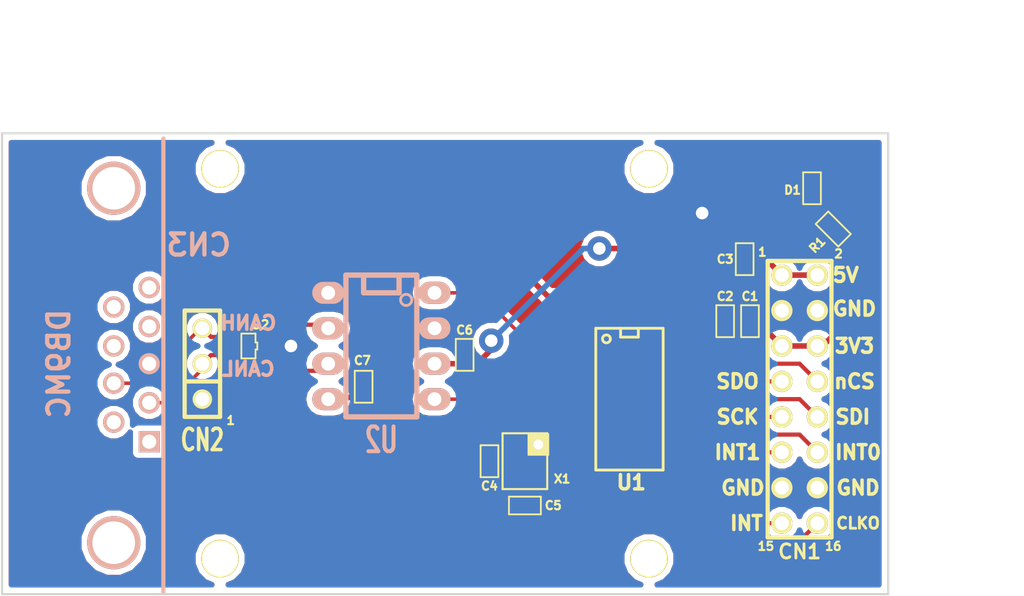
<source format=kicad_pcb>
(kicad_pcb (version 3) (host pcbnew "(2013-07-07 BZR 4022)-stable")

  (general
    (links 19)
    (no_connects 0)
    (area 61.519999 31.039999 125.170001 64.210001)
    (thickness 1.6)
    (drawings 28)
    (tracks 157)
    (zones 0)
    (modules 20)
    (nets 2)
  )

  (page A4)
  (layers
    (15 Gorna signal)
    (0 Dolna signal)
    (16 Kleju_Dolna user)
    (17 Kleju_Gorna user)
    (18 Pasty_Dolna user)
    (19 Pasty_Gorna user)
    (20 Opisowa_Dolna user)
    (21 Opisowa_Gorna user)
    (22 Maski_Dolna user)
    (23 Maski_Gorna user)
    (24 Rysunkowa user)
    (25 Komentarzy user)
    (26 ECO1 user)
    (27 ECO2 user)
    (28 Krawedziowa user)
  )

  (setup
    (last_trace_width 0.254)
    (user_trace_width 0.254)
    (user_trace_width 0.3)
    (user_trace_width 0.35)
    (user_trace_width 0.4)
    (trace_clearance 0.254)
    (zone_clearance 0.4)
    (zone_45_only no)
    (trace_min 0.254)
    (segment_width 0.2)
    (edge_width 0.15)
    (via_size 0.889)
    (via_drill 0.635)
    (via_min_size 0.889)
    (via_min_drill 0.508)
    (user_via 1.75 0.9)
    (uvia_size 0.508)
    (uvia_drill 0.127)
    (uvias_allowed no)
    (uvia_min_size 0.508)
    (uvia_min_drill 0.127)
    (pcb_text_width 0.3)
    (pcb_text_size 1.5 1.5)
    (mod_edge_width 0.15)
    (mod_text_size 1.5 1.5)
    (mod_text_width 0.15)
    (pad_size 1.397 1.397)
    (pad_drill 0.99)
    (pad_to_mask_clearance 0.1)
    (aux_axis_origin 61.595 31.115)
    (visible_elements 7FFFFFFF)
    (pcbplotparams
      (layerselection 284196865)
      (usegerberextensions true)
      (excludeedgelayer true)
      (linewidth 0.020000)
      (plotframeref false)
      (viasonmask false)
      (mode 1)
      (useauxorigin true)
      (hpglpennumber 1)
      (hpglpenspeed 20)
      (hpglpendiameter 15)
      (hpglpenoverlay 2)
      (psnegative false)
      (psa4output false)
      (plotreference true)
      (plotvalue true)
      (plotothertext true)
      (plotinvisibletext false)
      (padsonsilk false)
      (subtractmaskfromsilk true)
      (outputformat 1)
      (mirror false)
      (drillshape 0)
      (scaleselection 1)
      (outputdirectory C:/Users/ADR/Desktop/SpiToCanFdBoard/BoardWithoutOpto/Gerber/Gerber/))
  )

  (net 0 "")
  (net 1 N-000001)

  (net_class Default "To jest domyślna klasa połączeń."
    (clearance 0.254)
    (trace_width 0.254)
    (via_dia 0.889)
    (via_drill 0.635)
    (uvia_dia 0.508)
    (uvia_drill 0.127)
    (add_net "")
    (add_net N-000001)
  )

  (module HOLE (layer Gorna) (tedit 61882A35) (tstamp 617FEFAC)
    (at 77.216 61.595)
    (attr smd)
    (fp_text reference HOLE (at 0 0) (layer Opisowa_Gorna) hide
      (effects (font (size 0.508 0.4572) (thickness 0.1143)))
    )
    (fp_text value Val** (at 0 0) (layer Opisowa_Gorna) hide
      (effects (font (size 0.508 0.4572) (thickness 0.1143)))
    )
    (pad 3 thru_hole circle (at 0 0) (size 2.7 2.7) (drill 2.5)
      (layers *.Cu *.Mask Opisowa_Gorna)
    )
    (model smd\resistors\R0603.wrl
      (at (xyz 0 0 0.001))
      (scale (xyz 0.5 0.5 0.5))
      (rotate (xyz 0 0 0))
    )
  )

  (module HOLE (layer Gorna) (tedit 61882A2E) (tstamp 617FEFA8)
    (at 77.216 33.655)
    (attr smd)
    (fp_text reference HOLE (at 0 0) (layer Opisowa_Gorna) hide
      (effects (font (size 0.508 0.4572) (thickness 0.1143)))
    )
    (fp_text value Val** (at 0 0) (layer Opisowa_Gorna) hide
      (effects (font (size 0.508 0.4572) (thickness 0.1143)))
    )
    (pad 3 thru_hole circle (at 0 0) (size 2.7 2.7) (drill 2.5)
      (layers *.Cu *.Mask Opisowa_Gorna)
    )
    (model smd\resistors\R0603.wrl
      (at (xyz 0 0 0.001))
      (scale (xyz 0.5 0.5 0.5))
      (rotate (xyz 0 0 0))
    )
  )

  (module SIL-3 (layer Gorna) (tedit 61882BC9) (tstamp 619B2556)
    (at 75.946 47.625 90)
    (descr "Connecteur 3 pins")
    (tags "CONN DEV")
    (fp_text reference SIL-3 (at 0 0 90) (layer Opisowa_Gorna) hide
      (effects (font (size 0.2 0.2) (thickness 0.05)))
    )
    (fp_text value CN2 (at -5.461 0 180) (layer Opisowa_Gorna)
      (effects (font (size 1.524 1.016) (thickness 0.254)))
    )
    (fp_line (start -3.81 1.27) (end -3.81 -1.27) (layer Opisowa_Gorna) (width 0.3048))
    (fp_line (start -3.81 -1.27) (end 3.81 -1.27) (layer Opisowa_Gorna) (width 0.3048))
    (fp_line (start 3.81 -1.27) (end 3.81 1.27) (layer Opisowa_Gorna) (width 0.3048))
    (fp_line (start 3.81 1.27) (end -3.81 1.27) (layer Opisowa_Gorna) (width 0.3048))
    (fp_line (start -1.27 -1.27) (end -1.27 1.27) (layer Opisowa_Gorna) (width 0.3048))
    (pad 1 thru_hole circle (at -2.54 0 90) (size 1.397 1.397) (drill 0.99)
      (layers *.Cu *.Mask Opisowa_Gorna)
      (net 1 N-000001)
    )
    (pad 2 thru_hole circle (at 0 0 90) (size 1.397 1.397) (drill 0.99)
      (layers *.Cu *.Mask Opisowa_Gorna)
    )
    (pad 3 thru_hole circle (at 2.54 0 90) (size 1.397 1.397) (drill 0.99)
      (layers *.Cu *.Mask Opisowa_Gorna)
    )
  )

  (module DIP-8__300_ELL (layer Dolna) (tedit 61B910B2) (tstamp 617FEF36)
    (at 88.773 46.355 270)
    (descr "8 pins DIL package, elliptical pads")
    (tags DIL)
    (fp_text reference U2 (at 6.731 0 360) (layer Opisowa_Dolna)
      (effects (font (size 1.778 1.143) (thickness 0.28575)) (justify mirror))
    )
    (fp_text value DIP-8_300_ELL (at 0 0 270) (layer Opisowa_Dolna) hide
      (effects (font (size 1.778 1.016) (thickness 0.254)) (justify mirror))
    )
    (fp_line (start -5.08 1.27) (end -3.81 1.27) (layer Opisowa_Dolna) (width 0.381))
    (fp_line (start -3.81 1.27) (end -3.81 -1.27) (layer Opisowa_Dolna) (width 0.381))
    (fp_line (start -3.81 -1.27) (end -5.08 -1.27) (layer Opisowa_Dolna) (width 0.381))
    (fp_line (start -5.08 2.54) (end 5.08 2.54) (layer Opisowa_Dolna) (width 0.381))
    (fp_line (start 5.08 2.54) (end 5.08 -2.54) (layer Opisowa_Dolna) (width 0.381))
    (fp_line (start 5.08 -2.54) (end -5.08 -2.54) (layer Opisowa_Dolna) (width 0.381))
    (fp_line (start -5.08 -2.54) (end -5.08 2.54) (layer Opisowa_Dolna) (width 0.381))
    (pad 1 thru_hole oval (at -3.81 -3.81 270) (size 1.5748 2.286) (drill 0.99)
      (layers *.Cu *.Mask Opisowa_Dolna)
    )
    (pad 2 thru_hole oval (at -1.27 -3.81 270) (size 1.5748 2.286) (drill 0.99)
      (layers *.Cu *.Mask Opisowa_Dolna)
      (net 1 N-000001)
    )
    (pad 3 thru_hole oval (at 1.27 -3.81 270) (size 1.5748 2.286) (drill 0.99)
      (layers *.Cu *.Mask Opisowa_Dolna)
    )
    (pad 4 thru_hole oval (at 3.81 -3.81 270) (size 1.5748 2.286) (drill 0.99)
      (layers *.Cu *.Mask Opisowa_Dolna)
    )
    (pad 5 thru_hole oval (at 3.81 3.81 270) (size 1.5748 2.286) (drill 0.99)
      (layers *.Cu *.Mask Opisowa_Dolna)
    )
    (pad 6 thru_hole oval (at 1.27 3.81 270) (size 1.5748 2.286) (drill 0.99)
      (layers *.Cu *.Mask Opisowa_Dolna)
    )
    (pad 7 thru_hole oval (at -1.27 3.81 270) (size 1.5748 2.286) (drill 0.99)
      (layers *.Cu *.Mask Opisowa_Dolna)
    )
    (pad 8 thru_hole oval (at -3.81 3.81 270) (size 1.5748 2.286) (drill 0.99)
      (layers *.Cu *.Mask Opisowa_Dolna)
      (net 1 N-000001)
    )
    (model dil/dil_8.wrl
      (at (xyz 0 0 0))
      (scale (xyz 1 1 1))
      (rotate (xyz 0 0 0))
    )
  )

  (module SO14N (layer Gorna) (tedit 61882708) (tstamp 61388E3D)
    (at 106.68 50.165 270)
    (descr "Module CMS SOJ 14 pins Large")
    (tags "CMS SOJ")
    (attr smd)
    (fp_text reference SO14N (at 0 -1.27 270) (layer Opisowa_Gorna) hide
      (effects (font (size 1.016 1.143) (thickness 0.127)))
    )
    (fp_text value U1 (at 5.969 0 360) (layer Opisowa_Gorna)
      (effects (font (size 1.016 1.016) (thickness 0.254)))
    )
    (fp_line (start 5.08 -2.286) (end 5.08 2.54) (layer Opisowa_Gorna) (width 0.2032))
    (fp_line (start 5.08 2.54) (end -5.08 2.54) (layer Opisowa_Gorna) (width 0.2032))
    (fp_line (start -5.08 2.54) (end -5.08 -2.286) (layer Opisowa_Gorna) (width 0.2032))
    (fp_line (start -5.08 -2.286) (end 5.08 -2.286) (layer Opisowa_Gorna) (width 0.2032))
    (fp_line (start -5.08 -0.508) (end -4.445 -0.508) (layer Opisowa_Gorna) (width 0.2032))
    (fp_line (start -4.445 -0.508) (end -4.445 0.762) (layer Opisowa_Gorna) (width 0.2032))
    (fp_line (start -4.445 0.762) (end -5.08 0.762) (layer Opisowa_Gorna) (width 0.2032))
    (pad 1 smd rect (at -3.81 3.302 270) (size 0.508 2.143)
      (layers Gorna Pasty_Gorna Maski_Gorna)
    )
    (pad 2 smd rect (at -2.54 3.302 270) (size 0.508 2.143)
      (layers Gorna Pasty_Gorna Maski_Gorna)
    )
    (pad 3 smd rect (at -1.27 3.302 270) (size 0.508 2.143)
      (layers Gorna Pasty_Gorna Maski_Gorna)
    )
    (pad 4 smd rect (at 0 3.302 270) (size 0.508 2.143)
      (layers Gorna Pasty_Gorna Maski_Gorna)
    )
    (pad 5 smd rect (at 1.27 3.302 270) (size 0.508 2.143)
      (layers Gorna Pasty_Gorna Maski_Gorna)
    )
    (pad 6 smd rect (at 2.54 3.302 270) (size 0.508 2.143)
      (layers Gorna Pasty_Gorna Maski_Gorna)
    )
    (pad 7 smd rect (at 3.81 3.302 270) (size 0.508 2.143)
      (layers Gorna Pasty_Gorna Maski_Gorna)
      (net 1 N-000001)
    )
    (pad 8 smd rect (at 3.81 -3.048 270) (size 0.508 2.143)
      (layers Gorna Pasty_Gorna Maski_Gorna)
    )
    (pad 9 smd rect (at 2.54 -3.048 270) (size 0.508 2.143)
      (layers Gorna Pasty_Gorna Maski_Gorna)
    )
    (pad 11 smd rect (at 0 -3.048 270) (size 0.508 2.143)
      (layers Gorna Pasty_Gorna Maski_Gorna)
    )
    (pad 12 smd rect (at -1.27 -3.048 270) (size 0.508 2.143)
      (layers Gorna Pasty_Gorna Maski_Gorna)
    )
    (pad 13 smd rect (at -2.54 -3.048 270) (size 0.508 2.143)
      (layers Gorna Pasty_Gorna Maski_Gorna)
    )
    (pad 14 smd rect (at -3.81 -3.048 270) (size 0.508 2.143)
      (layers Gorna Pasty_Gorna Maski_Gorna)
    )
    (pad 10 smd rect (at 1.27 -3.048 270) (size 0.508 2.143)
      (layers Gorna Pasty_Gorna Maski_Gorna)
    )
    (model smd/cms_so14.wrl
      (at (xyz 0 0 0))
      (scale (xyz 0.5 0.4 0.5))
      (rotate (xyz 0 0 0))
    )
  )

  (module SM0603 (layer Gorna) (tedit 61882801) (tstamp 613AF8E6)
    (at 113.411 44.577 90)
    (attr smd)
    (fp_text reference SM0603 (at 0 0 90) (layer Opisowa_Gorna) hide
      (effects (font (size 0.508 0.4572) (thickness 0.1143)))
    )
    (fp_text value C2 (at 1.778 0 180) (layer Opisowa_Gorna)
      (effects (font (size 0.6 0.6) (thickness 0.15)))
    )
    (fp_line (start -1.143 -0.635) (end 1.143 -0.635) (layer Opisowa_Gorna) (width 0.127))
    (fp_line (start 1.143 -0.635) (end 1.143 0.635) (layer Opisowa_Gorna) (width 0.127))
    (fp_line (start 1.143 0.635) (end -1.143 0.635) (layer Opisowa_Gorna) (width 0.127))
    (fp_line (start -1.143 0.635) (end -1.143 -0.635) (layer Opisowa_Gorna) (width 0.127))
    (pad 1 smd rect (at -0.762 0 90) (size 0.635 1.143)
      (layers Gorna Pasty_Gorna Maski_Gorna)
    )
    (pad 2 smd rect (at 0.762 0 90) (size 0.635 1.143)
      (layers Gorna Pasty_Gorna Maski_Gorna)
      (net 1 N-000001)
    )
    (model smd\resistors\R0603.wrl
      (at (xyz 0 0 0.001))
      (scale (xyz 0.5 0.5 0.5))
      (rotate (xyz 0 0 0))
    )
  )

  (module SM0603 (layer Gorna) (tedit 618827FE) (tstamp 613AF90B)
    (at 115.189 44.577 90)
    (attr smd)
    (fp_text reference SM0603 (at 0 0 90) (layer Opisowa_Gorna) hide
      (effects (font (size 0.508 0.4572) (thickness 0.1143)))
    )
    (fp_text value C1 (at 1.778 0 180) (layer Opisowa_Gorna)
      (effects (font (size 0.6 0.6) (thickness 0.15)))
    )
    (fp_line (start -1.143 -0.635) (end 1.143 -0.635) (layer Opisowa_Gorna) (width 0.127))
    (fp_line (start 1.143 -0.635) (end 1.143 0.635) (layer Opisowa_Gorna) (width 0.127))
    (fp_line (start 1.143 0.635) (end -1.143 0.635) (layer Opisowa_Gorna) (width 0.127))
    (fp_line (start -1.143 0.635) (end -1.143 -0.635) (layer Opisowa_Gorna) (width 0.127))
    (pad 1 smd rect (at -0.762 0 90) (size 0.635 1.143)
      (layers Gorna Pasty_Gorna Maski_Gorna)
    )
    (pad 2 smd rect (at 0.762 0 90) (size 0.635 1.143)
      (layers Gorna Pasty_Gorna Maski_Gorna)
      (net 1 N-000001)
    )
    (model smd\resistors\R0603.wrl
      (at (xyz 0 0 0.001))
      (scale (xyz 0.5 0.5 0.5))
      (rotate (xyz 0 0 0))
    )
  )

  (module XT_324 (layer Gorna) (tedit 61882810) (tstamp 6138571D)
    (at 99.06 54.61 90)
    (fp_text reference XT_324 (at 0 -1.27 90) (layer Opisowa_Gorna) hide
      (effects (font (size 0.2 0.5) (thickness 0.05)))
    )
    (fp_text value X1 (at -1.27 2.667 180) (layer Opisowa_Gorna)
      (effects (font (size 0.6 0.6) (thickness 0.15)))
    )
    (fp_line (start -2 1.6) (end -2 -1.6) (layer Opisowa_Gorna) (width 0.15))
    (fp_line (start -2 -1.6) (end 2 -1.6) (layer Opisowa_Gorna) (width 0.15))
    (fp_line (start 2 -1.6) (end 2 1.6) (layer Opisowa_Gorna) (width 0.15))
    (fp_line (start 2 1.6) (end -2 1.6) (layer Opisowa_Gorna) (width 0.15))
    (pad 2 thru_hole rect (at 1.1938 0.9652 90) (size 1.6 1.55) (drill 0.7)
      (layers *.Cu *.Mask Opisowa_Gorna)
      (net 1 N-000001)
    )
    (pad 3 smd rect (at 1.1 -0.8 90) (size 1.4 1.15)
      (layers Gorna Pasty_Gorna Maski_Gorna)
    )
    (pad 4 smd rect (at -1.1 -0.8 90) (size 1.4 1.15)
      (layers Gorna Pasty_Gorna Maski_Gorna)
      (net 1 N-000001)
    )
    (pad 1 smd rect (at -1.1 0.8 90) (size 1.4 1.15)
      (layers Gorna Pasty_Gorna Maski_Gorna)
    )
  )

  (module SM0603 (layer Gorna) (tedit 61882A82) (tstamp 6138B5EC)
    (at 99.06 57.785)
    (attr smd)
    (fp_text reference SM0603 (at 0 0) (layer Opisowa_Gorna) hide
      (effects (font (size 0.508 0.4572) (thickness 0.1143)))
    )
    (fp_text value C5 (at 2.032 0) (layer Opisowa_Gorna)
      (effects (font (size 0.6 0.6) (thickness 0.15)))
    )
    (fp_line (start -1.143 -0.635) (end 1.143 -0.635) (layer Opisowa_Gorna) (width 0.127))
    (fp_line (start 1.143 -0.635) (end 1.143 0.635) (layer Opisowa_Gorna) (width 0.127))
    (fp_line (start 1.143 0.635) (end -1.143 0.635) (layer Opisowa_Gorna) (width 0.127))
    (fp_line (start -1.143 0.635) (end -1.143 -0.635) (layer Opisowa_Gorna) (width 0.127))
    (pad 1 smd rect (at -0.762 0) (size 0.635 1.143)
      (layers Gorna Pasty_Gorna Maski_Gorna)
      (net 1 N-000001)
    )
    (pad 2 smd rect (at 0.762 0) (size 0.635 1.143)
      (layers Gorna Pasty_Gorna Maski_Gorna)
    )
    (model smd\resistors\R0603.wrl
      (at (xyz 0 0 0.001))
      (scale (xyz 0.5 0.5 0.5))
      (rotate (xyz 0 0 0))
    )
  )

  (module SM0603 (layer Gorna) (tedit 61882A80) (tstamp 6138B5FF)
    (at 96.52 54.61 90)
    (attr smd)
    (fp_text reference SM0603 (at 0 0 90) (layer Opisowa_Gorna) hide
      (effects (font (size 0.508 0.4572) (thickness 0.1143)))
    )
    (fp_text value C4 (at -1.778 0 180) (layer Opisowa_Gorna)
      (effects (font (size 0.6 0.6) (thickness 0.15)))
    )
    (fp_line (start -1.143 -0.635) (end 1.143 -0.635) (layer Opisowa_Gorna) (width 0.127))
    (fp_line (start 1.143 -0.635) (end 1.143 0.635) (layer Opisowa_Gorna) (width 0.127))
    (fp_line (start 1.143 0.635) (end -1.143 0.635) (layer Opisowa_Gorna) (width 0.127))
    (fp_line (start -1.143 0.635) (end -1.143 -0.635) (layer Opisowa_Gorna) (width 0.127))
    (pad 1 smd rect (at -0.762 0 90) (size 0.635 1.143)
      (layers Gorna Pasty_Gorna Maski_Gorna)
      (net 1 N-000001)
    )
    (pad 2 smd rect (at 0.762 0 90) (size 0.635 1.143)
      (layers Gorna Pasty_Gorna Maski_Gorna)
    )
    (model smd\resistors\R0603.wrl
      (at (xyz 0 0 0.001))
      (scale (xyz 0.5 0.5 0.5))
      (rotate (xyz 0 0 0))
    )
  )

  (module SM0603 (layer Gorna) (tedit 61882803) (tstamp 6138B7D6)
    (at 114.808 40.132 90)
    (attr smd)
    (fp_text reference SM0603 (at 0 0 90) (layer Opisowa_Gorna) hide
      (effects (font (size 0.508 0.4572) (thickness 0.1143)))
    )
    (fp_text value C3 (at 0 -1.397 180) (layer Opisowa_Gorna)
      (effects (font (size 0.6 0.6) (thickness 0.15)))
    )
    (fp_line (start -1.143 -0.635) (end 1.143 -0.635) (layer Opisowa_Gorna) (width 0.127))
    (fp_line (start 1.143 -0.635) (end 1.143 0.635) (layer Opisowa_Gorna) (width 0.127))
    (fp_line (start 1.143 0.635) (end -1.143 0.635) (layer Opisowa_Gorna) (width 0.127))
    (fp_line (start -1.143 0.635) (end -1.143 -0.635) (layer Opisowa_Gorna) (width 0.127))
    (pad 1 smd rect (at -0.762 0 90) (size 0.635 1.143)
      (layers Gorna Pasty_Gorna Maski_Gorna)
      (net 1 N-000001)
    )
    (pad 2 smd rect (at 0.762 0 90) (size 0.635 1.143)
      (layers Gorna Pasty_Gorna Maski_Gorna)
    )
    (model smd\resistors\R0603.wrl
      (at (xyz 0 0 0.001))
      (scale (xyz 0.5 0.5 0.5))
      (rotate (xyz 0 0 0))
    )
  )

  (module HOLE (layer Gorna) (tedit 61882A42) (tstamp 613A9832)
    (at 107.95 33.655)
    (attr smd)
    (fp_text reference HOLE (at 0 0) (layer Opisowa_Gorna) hide
      (effects (font (size 0.508 0.4572) (thickness 0.1143)))
    )
    (fp_text value Val** (at 0 0) (layer Opisowa_Gorna) hide
      (effects (font (size 0.508 0.4572) (thickness 0.1143)))
    )
    (pad 3 thru_hole circle (at 0 0) (size 2.7 2.7) (drill 2.5)
      (layers *.Cu *.Mask Opisowa_Gorna)
    )
    (model smd\resistors\R0603.wrl
      (at (xyz 0 0 0.001))
      (scale (xyz 0.5 0.5 0.5))
      (rotate (xyz 0 0 0))
    )
  )

  (module HOLE (layer Gorna) (tedit 61882A3C) (tstamp 613A983B)
    (at 107.95 61.595)
    (attr smd)
    (fp_text reference HOLE (at 0 0) (layer Opisowa_Gorna) hide
      (effects (font (size 0.508 0.4572) (thickness 0.1143)))
    )
    (fp_text value Val** (at 0 0) (layer Opisowa_Gorna) hide
      (effects (font (size 0.508 0.4572) (thickness 0.1143)))
    )
    (pad 3 thru_hole circle (at 0 0) (size 2.7 2.7) (drill 2.5)
      (layers *.Cu *.Mask Opisowa_Gorna)
    )
    (model smd\resistors\R0603.wrl
      (at (xyz 0 0 0.001))
      (scale (xyz 0.5 0.5 0.5))
      (rotate (xyz 0 0 0))
    )
  )

  (module SM0603 (layer Gorna) (tedit 61B903DA) (tstamp 617FF086)
    (at 94.742 46.99 90)
    (attr smd)
    (fp_text reference SM0603 (at 0 0 90) (layer Opisowa_Gorna) hide
      (effects (font (size 0.508 0.4572) (thickness 0.1143)))
    )
    (fp_text value C6 (at 1.778 0 180) (layer Opisowa_Gorna)
      (effects (font (size 0.6 0.6) (thickness 0.15)))
    )
    (fp_line (start -1.143 -0.635) (end 1.143 -0.635) (layer Opisowa_Gorna) (width 0.127))
    (fp_line (start 1.143 -0.635) (end 1.143 0.635) (layer Opisowa_Gorna) (width 0.127))
    (fp_line (start 1.143 0.635) (end -1.143 0.635) (layer Opisowa_Gorna) (width 0.127))
    (fp_line (start -1.143 0.635) (end -1.143 -0.635) (layer Opisowa_Gorna) (width 0.127))
    (pad 1 smd rect (at -0.762 0 90) (size 0.635 1.143)
      (layers Gorna Pasty_Gorna Maski_Gorna)
    )
    (pad 2 smd rect (at 0.762 0 90) (size 0.635 1.143)
      (layers Gorna Pasty_Gorna Maski_Gorna)
      (net 1 N-000001)
    )
    (model smd\resistors\R0603.wrl
      (at (xyz 0 0 0.001))
      (scale (xyz 0.5 0.5 0.5))
      (rotate (xyz 0 0 0))
    )
  )

  (module SM0603 (layer Gorna) (tedit 61B9042B) (tstamp 617FF1E5)
    (at 87.503 49.276 90)
    (attr smd)
    (fp_text reference SM0603 (at 0 0 90) (layer Opisowa_Gorna) hide
      (effects (font (size 0.508 0.4572) (thickness 0.1143)))
    )
    (fp_text value C7 (at 1.885854 -0.089803 180) (layer Opisowa_Gorna)
      (effects (font (size 0.6 0.6) (thickness 0.15)))
    )
    (fp_line (start -1.143 -0.635) (end 1.143 -0.635) (layer Opisowa_Gorna) (width 0.127))
    (fp_line (start 1.143 -0.635) (end 1.143 0.635) (layer Opisowa_Gorna) (width 0.127))
    (fp_line (start 1.143 0.635) (end -1.143 0.635) (layer Opisowa_Gorna) (width 0.127))
    (fp_line (start -1.143 0.635) (end -1.143 -0.635) (layer Opisowa_Gorna) (width 0.127))
    (pad 1 smd rect (at -0.762 0 90) (size 0.635 1.143)
      (layers Gorna Pasty_Gorna Maski_Gorna)
    )
    (pad 2 smd rect (at 0.762 0 90) (size 0.635 1.143)
      (layers Gorna Pasty_Gorna Maski_Gorna)
      (net 1 N-000001)
    )
    (model smd\resistors\R0603.wrl
      (at (xyz 0 0 0.001))
      (scale (xyz 0.5 0.5 0.5))
      (rotate (xyz 0 0 0))
    )
  )

  (module SM0603 (layer Gorna) (tedit 618827F8) (tstamp 617FF351)
    (at 121.158 37.973 135)
    (attr smd)
    (fp_text reference SM0603 (at 0 0 135) (layer Opisowa_Gorna) hide
      (effects (font (size 0.508 0.4572) (thickness 0.1143)))
    )
    (fp_text value R1 (at 0 -1.616446 225) (layer Opisowa_Gorna)
      (effects (font (size 0.6 0.6) (thickness 0.15)))
    )
    (fp_line (start -1.143 -0.635) (end 1.143 -0.635) (layer Opisowa_Gorna) (width 0.127))
    (fp_line (start 1.143 -0.635) (end 1.143 0.635) (layer Opisowa_Gorna) (width 0.127))
    (fp_line (start 1.143 0.635) (end -1.143 0.635) (layer Opisowa_Gorna) (width 0.127))
    (fp_line (start -1.143 0.635) (end -1.143 -0.635) (layer Opisowa_Gorna) (width 0.127))
    (pad 1 smd rect (at -0.762 0 135) (size 0.635 1.143)
      (layers Gorna Pasty_Gorna Maski_Gorna)
    )
    (pad 2 smd rect (at 0.762 0 135) (size 0.635 1.143)
      (layers Gorna Pasty_Gorna Maski_Gorna)
    )
    (model smd\resistors\R0603.wrl
      (at (xyz 0 0 0.001))
      (scale (xyz 0.5 0.5 0.5))
      (rotate (xyz 0 0 0))
    )
  )

  (module SM0603 (layer Gorna) (tedit 618827FA) (tstamp 617FF364)
    (at 119.634 35.052 270)
    (attr smd)
    (fp_text reference SM0603 (at 0 0 270) (layer Opisowa_Gorna) hide
      (effects (font (size 0.508 0.4572) (thickness 0.1143)))
    )
    (fp_text value D1 (at 0.127 1.397 360) (layer Opisowa_Gorna)
      (effects (font (size 0.6 0.6) (thickness 0.15)))
    )
    (fp_line (start -1.143 -0.635) (end 1.143 -0.635) (layer Opisowa_Gorna) (width 0.127))
    (fp_line (start 1.143 -0.635) (end 1.143 0.635) (layer Opisowa_Gorna) (width 0.127))
    (fp_line (start 1.143 0.635) (end -1.143 0.635) (layer Opisowa_Gorna) (width 0.127))
    (fp_line (start -1.143 0.635) (end -1.143 -0.635) (layer Opisowa_Gorna) (width 0.127))
    (pad 1 smd rect (at -0.762 0 270) (size 0.635 1.143)
      (layers Gorna Pasty_Gorna Maski_Gorna)
      (net 1 N-000001)
    )
    (pad 2 smd rect (at 0.762 0 270) (size 0.635 1.143)
      (layers Gorna Pasty_Gorna Maski_Gorna)
    )
    (model smd\resistors\R0603.wrl
      (at (xyz 0 0 0.001))
      (scale (xyz 0.5 0.5 0.5))
      (rotate (xyz 0 0 0))
    )
  )

  (module SOT323 (layer Gorna) (tedit 61B903AD) (tstamp 6187E196)
    (at 79.248 46.355 90)
    (tags "SMD SOT")
    (attr smd)
    (fp_text reference SOT323 (at 0 0 90) (layer Opisowa_Gorna) hide
      (effects (font (size 0.2 0.2) (thickness 0.05)))
    )
    (fp_text value D2 (at 1.524 0.889 180) (layer Opisowa_Gorna)
      (effects (font (size 0.6 0.6) (thickness 0.15)))
    )
    (fp_line (start 0.254 0.508) (end 0.889 0.508) (layer Opisowa_Gorna) (width 0.127))
    (fp_line (start 0.889 0.508) (end 0.889 -0.508) (layer Opisowa_Gorna) (width 0.127))
    (fp_line (start -0.889 -0.508) (end -0.889 0.508) (layer Opisowa_Gorna) (width 0.127))
    (fp_line (start -0.889 0.508) (end -0.254 0.508) (layer Opisowa_Gorna) (width 0.127))
    (fp_line (start 0.254 0.635) (end 0.254 0.508) (layer Opisowa_Gorna) (width 0.127))
    (fp_line (start -0.254 0.508) (end -0.254 0.635) (layer Opisowa_Gorna) (width 0.127))
    (fp_line (start 0.889 -0.508) (end -0.889 -0.508) (layer Opisowa_Gorna) (width 0.127))
    (fp_line (start -0.254 0.635) (end 0.254 0.635) (layer Opisowa_Gorna) (width 0.127))
    (pad 2 smd rect (at -0.65024 -0.94996 90) (size 0.59944 1.00076)
      (layers Gorna Pasty_Gorna Maski_Gorna)
    )
    (pad 1 smd rect (at 0.65024 -0.94996 90) (size 0.59944 1.00076)
      (layers Gorna Pasty_Gorna Maski_Gorna)
    )
    (pad 3 smd rect (at 0 0.94996 90) (size 0.59944 1.60076)
      (layers Gorna Pasty_Gorna Maski_Gorna)
      (net 1 N-000001)
    )
    (model smd/SOT323.wrl
      (at (xyz 0 0 0.001))
      (scale (xyz 0.3937 0.3937 0.3937))
      (rotate (xyz 0 0 0))
    )
  )

  (module pin_array_8x2 (layer Gorna) (tedit 61883362) (tstamp 619B256F)
    (at 118.745 50.165 270)
    (descr "Double rangee de contacts 2 x 8 pins")
    (tags CONN)
    (fp_text reference PIN_ARRAY_8x2 (at 0 0 270) (layer Opisowa_Gorna) hide
      (effects (font (size 0.2 0.2) (thickness 0.05)))
    )
    (fp_text value CN1 (at 10.922 0 360) (layer Opisowa_Gorna)
      (effects (font (size 1.016 1.016) (thickness 0.2032)))
    )
    (fp_line (start -9.906 2.286) (end -9.906 -2.286) (layer Opisowa_Gorna) (width 0.3048))
    (fp_line (start -9.906 -2.286) (end 9.906 -2.286) (layer Opisowa_Gorna) (width 0.3048))
    (fp_line (start 9.906 -2.286) (end 9.906 2.286) (layer Opisowa_Gorna) (width 0.3048))
    (fp_line (start 9.906 2.286) (end -9.906 2.286) (layer Opisowa_Gorna) (width 0.3048))
    (pad 1 thru_hole circle (at -8.89 1.27 270) (size 1.524 1.524) (drill 0.99)
      (layers *.Cu *.Mask Opisowa_Gorna)
    )
    (pad 2 thru_hole circle (at -8.89 -1.27 270) (size 1.524 1.524) (drill 0.99)
      (layers *.Cu *.Mask Opisowa_Gorna)
    )
    (pad 3 thru_hole circle (at -6.35 1.27 270) (size 1.524 1.524) (drill 0.99)
      (layers *.Cu *.Mask Opisowa_Gorna)
      (net 1 N-000001)
    )
    (pad 4 thru_hole circle (at -6.35 -1.27 270) (size 1.524 1.524) (drill 0.99)
      (layers *.Cu *.Mask Opisowa_Gorna)
      (net 1 N-000001)
    )
    (pad 5 thru_hole circle (at -3.81 1.27 270) (size 1.524 1.524) (drill 0.99)
      (layers *.Cu *.Mask Opisowa_Gorna)
    )
    (pad 6 thru_hole circle (at -3.81 -1.27 270) (size 1.524 1.524) (drill 0.99)
      (layers *.Cu *.Mask Opisowa_Gorna)
    )
    (pad 7 thru_hole circle (at -1.27 1.27 270) (size 1.524 1.524) (drill 0.99)
      (layers *.Cu *.Mask Opisowa_Gorna)
    )
    (pad 8 thru_hole circle (at -1.27 -1.27 270) (size 1.524 1.524) (drill 0.99)
      (layers *.Cu *.Mask Opisowa_Gorna)
    )
    (pad 9 thru_hole circle (at 1.27 1.27 270) (size 1.524 1.524) (drill 0.99)
      (layers *.Cu *.Mask Opisowa_Gorna)
    )
    (pad 10 thru_hole circle (at 1.27 -1.27 270) (size 1.524 1.524) (drill 0.99)
      (layers *.Cu *.Mask Opisowa_Gorna)
    )
    (pad 11 thru_hole circle (at 3.81 1.27 270) (size 1.524 1.524) (drill 0.99)
      (layers *.Cu *.Mask Opisowa_Gorna)
    )
    (pad 12 thru_hole circle (at 3.81 -1.27 270) (size 1.524 1.524) (drill 0.99)
      (layers *.Cu *.Mask Opisowa_Gorna)
    )
    (pad 13 thru_hole circle (at 6.35 1.27 270) (size 1.524 1.524) (drill 0.99)
      (layers *.Cu *.Mask Opisowa_Gorna)
      (net 1 N-000001)
    )
    (pad 14 thru_hole circle (at 6.35 -1.27 270) (size 1.524 1.524) (drill 0.99)
      (layers *.Cu *.Mask Opisowa_Gorna)
      (net 1 N-000001)
    )
    (pad 15 thru_hole circle (at 8.89 1.27 270) (size 1.524 1.524) (drill 0.99)
      (layers *.Cu *.Mask Opisowa_Gorna)
    )
    (pad 16 thru_hole circle (at 8.89 -1.27 270) (size 1.524 1.524) (drill 0.99)
      (layers *.Cu *.Mask Opisowa_Gorna)
    )
    (model pin_array/pins_array_8x2.wrl
      (at (xyz 0 0 0))
      (scale (xyz 1 1 1))
      (rotate (xyz 0 0 0))
    )
  )

  (module DB9MC_2 (layer Dolna) (tedit 622DEB0E) (tstamp 619B4EE4)
    (at 70.866 47.625 270)
    (descr "Connecteur DB9 male couche")
    (tags "CONN DB9")
    (fp_text reference DB9MC (at 0 5.207 270) (layer Opisowa_Dolna)
      (effects (font (size 1.524 1.524) (thickness 0.3048)) (justify mirror))
    )
    (fp_text value CN3 (at -8.509 -4.826 360) (layer Opisowa_Dolna)
      (effects (font (size 1.524 1.524) (thickness 0.3048)) (justify mirror))
    )
    (fp_line (start -16.129 -2.286) (end 16.383 -2.286) (layer Opisowa_Dolna) (width 0.3048))
    (pad "" thru_hole circle (at 12.827 1.27 270) (size 3.81 3.81) (drill 3.048)
      (layers *.Cu *.Mask Opisowa_Dolna)
    )
    (pad "" thru_hole circle (at -12.573 1.27 270) (size 3.81 3.81) (drill 3.048)
      (layers *.Cu *.Mask Opisowa_Dolna)
    )
    (pad 1 thru_hole rect (at 5.588 -1.27 270) (size 1.524 1.524) (drill 1.016)
      (layers *.Cu *.Mask Opisowa_Dolna)
    )
    (pad 2 thru_hole circle (at 2.794 -1.27 270) (size 1.524 1.524) (drill 1.016)
      (layers *.Cu *.Mask Opisowa_Dolna)
    )
    (pad 3 thru_hole circle (at 0 -1.27 270) (size 1.524 1.524) (drill 1.016)
      (layers *.Cu *.Mask Opisowa_Dolna)
      (net 1 N-000001)
    )
    (pad 4 thru_hole circle (at -2.667 -1.27 270) (size 1.524 1.524) (drill 1.016)
      (layers *.Cu *.Mask Opisowa_Dolna)
    )
    (pad 5 thru_hole circle (at -5.461 -1.27 270) (size 1.524 1.524) (drill 1.016)
      (layers *.Cu *.Mask Opisowa_Dolna)
    )
    (pad 9 thru_hole circle (at -4.064 1.27 270) (size 1.524 1.524) (drill 1.016)
      (layers *.Cu *.Mask Opisowa_Dolna)
    )
    (pad 8 thru_hole circle (at -1.27 1.27 270) (size 1.524 1.524) (drill 1.016)
      (layers *.Cu *.Mask Opisowa_Dolna)
    )
    (pad 7 thru_hole circle (at 1.397 1.27 270) (size 1.524 1.524) (drill 1.016)
      (layers *.Cu *.Mask Opisowa_Dolna)
    )
    (pad 6 thru_hole circle (at 4.191 1.27 270) (size 1.524 1.524) (drill 1.016)
      (layers *.Cu *.Mask Opisowa_Dolna)
    )
    (model conn_DBxx/db9_male_pin90deg.wrl
      (at (xyz 0 0 0))
      (scale (xyz 1 1 1))
      (rotate (xyz 0 0 0))
    )
  )

  (dimension 63.5 (width 0.3) (layer Komentarzy)
    (gr_text "63,500 mm" (at 93.345 23.415001) (layer Komentarzy)
      (effects (font (size 1.5 1.5) (thickness 0.3)))
    )
    (feature1 (pts (xy 125.095 31.115) (xy 125.095 22.065001)))
    (feature2 (pts (xy 61.595 31.115) (xy 61.595 22.065001)))
    (crossbar (pts (xy 61.595 24.765001) (xy 125.095 24.765001)))
    (arrow1a (pts (xy 125.095 24.765001) (xy 123.968497 25.351421)))
    (arrow1b (pts (xy 125.095 24.765001) (xy 123.968497 24.178581)))
    (arrow2a (pts (xy 61.595 24.765001) (xy 62.721503 25.351421)))
    (arrow2b (pts (xy 61.595 24.765001) (xy 62.721503 24.178581)))
  )
  (gr_line (start 61.595 64.135) (end 125.095 64.135) (angle 90) (layer Krawedziowa) (width 0.15))
  (gr_line (start 61.595 31.115) (end 61.595 64.135) (angle 90) (layer Krawedziowa) (width 0.15))
  (gr_line (start 125.095 31.115) (end 61.595 31.115) (angle 90) (layer Krawedziowa) (width 0.15))
  (dimension 33.02 (width 0.3) (layer Komentarzy)
    (gr_text "33,020 mm" (at 132.159999 47.625 270) (layer Komentarzy)
      (effects (font (size 1.5 1.5) (thickness 0.3)))
    )
    (feature1 (pts (xy 125.095 64.135) (xy 133.509999 64.135)))
    (feature2 (pts (xy 125.095 31.115) (xy 133.509999 31.115)))
    (crossbar (pts (xy 130.809999 31.115) (xy 130.809999 64.135)))
    (arrow1a (pts (xy 130.809999 64.135) (xy 130.223579 63.008497)))
    (arrow1b (pts (xy 130.809999 64.135) (xy 131.396419 63.008497)))
    (arrow2a (pts (xy 130.809999 31.115) (xy 130.223579 32.241503)))
    (arrow2b (pts (xy 130.809999 31.115) (xy 131.396419 32.241503)))
  )
  (gr_text GND (at 114.681 56.515) (layer Opisowa_Gorna) (tstamp 61B90D60)
    (effects (font (size 1 1) (thickness 0.25)))
  )
  (gr_text 1 (at 77.978 51.689) (layer Opisowa_Gorna) (tstamp 6188E874)
    (effects (font (size 0.6 0.6) (thickness 0.15)))
  )
  (gr_text CANH (at 79.248 44.704) (layer Opisowa_Dolna) (tstamp 6188E859)
    (effects (font (size 1 1) (thickness 0.25)) (justify mirror))
  )
  (gr_text CANL (at 79.248 48.006) (layer Opisowa_Dolna) (tstamp 6188E858)
    (effects (font (size 1 1) (thickness 0.25)) (justify mirror))
  )
  (gr_text INT (at 114.935 59.055) (layer Opisowa_Gorna) (tstamp 6188E810)
    (effects (font (size 1 1) (thickness 0.25)))
  )
  (gr_text INT1 (at 114.3 53.975) (layer Opisowa_Gorna) (tstamp 6188E80F)
    (effects (font (size 1 1) (thickness 0.25)))
  )
  (gr_text SCK (at 114.3 51.435) (layer Opisowa_Gorna) (tstamp 6188E80E)
    (effects (font (size 1 1) (thickness 0.25)))
  )
  (gr_text SDO (at 114.3 48.895) (layer Opisowa_Gorna) (tstamp 6188E80D)
    (effects (font (size 1 1) (thickness 0.25)))
  )
  (gr_text CLKO (at 122.936 59.055) (layer Opisowa_Gorna) (tstamp 6188E80C)
    (effects (font (size 0.8 0.8) (thickness 0.2)))
  )
  (gr_text INT0 (at 122.936 53.975) (layer Opisowa_Gorna) (tstamp 6188E80A)
    (effects (font (size 1 1) (thickness 0.25)))
  )
  (gr_text SDI (at 122.555 51.435) (layer Opisowa_Gorna) (tstamp 6188E809)
    (effects (font (size 1 1) (thickness 0.25)))
  )
  (gr_text nCS (at 122.682 48.895) (layer Opisowa_Gorna) (tstamp 6188E806)
    (effects (font (size 1 1) (thickness 0.25)))
  )
  (gr_text GND (at 122.936 56.515) (layer Opisowa_Gorna) (tstamp 6188E7EA)
    (effects (font (size 1 1) (thickness 0.25)))
  )
  (gr_text 3V3 (at 122.682 46.355) (layer Opisowa_Gorna) (tstamp 6188E7E7)
    (effects (font (size 1 1) (thickness 0.25)))
  )
  (gr_text GND (at 122.682 43.688) (layer Opisowa_Gorna) (tstamp 6188E7B4)
    (effects (font (size 1 1) (thickness 0.25)))
  )
  (gr_text 5V (at 122.047 41.275) (layer Opisowa_Gorna) (tstamp 6188E7B1)
    (effects (font (size 1 1) (thickness 0.25)))
  )
  (gr_text 15 (at 116.332 60.706) (layer Opisowa_Gorna) (tstamp 6188E7AB)
    (effects (font (size 0.6 0.6) (thickness 0.15)))
  )
  (gr_text 16 (at 121.158 60.706) (layer Opisowa_Gorna) (tstamp 6188E7A8)
    (effects (font (size 0.6 0.6) (thickness 0.15)))
  )
  (gr_text 2 (at 121.539 39.751) (layer Opisowa_Gorna) (tstamp 6188E7A5)
    (effects (font (size 0.6 0.6) (thickness 0.15)))
  )
  (gr_text 1 (at 116.078 39.624) (layer Opisowa_Gorna)
    (effects (font (size 0.6 0.6) (thickness 0.15)))
  )
  (gr_circle (center 90.551 43.053) (end 90.932 43.18) (layer Opisowa_Dolna) (width 0.2))
  (gr_circle (center 104.902 45.847) (end 105.156 45.974) (layer Opisowa_Gorna) (width 0.2))
  (gr_line (start 125.095 31.115) (end 125.095 64.135) (angle 90) (layer Krawedziowa) (width 0.15))

  (segment (start 75.946 45.085) (end 75.819 45.085) (width 0.254) (layer Gorna) (net 0))
  (segment (start 72.644 49.022) (end 69.596 49.022) (width 0.254) (layer Gorna) (net 0) (tstamp 61FB0C76))
  (segment (start 73.66 48.006) (end 72.644 49.022) (width 0.254) (layer Gorna) (net 0) (tstamp 61FB0C75))
  (segment (start 73.66 47.244) (end 73.66 48.006) (width 0.254) (layer Gorna) (net 0) (tstamp 61FB0C72))
  (segment (start 75.819 45.085) (end 73.66 47.244) (width 0.254) (layer Gorna) (net 0) (tstamp 61FB0C6F))
  (segment (start 75.946 47.625) (end 75.946 48.006) (width 0.254) (layer Gorna) (net 0))
  (segment (start 73.533 50.419) (end 72.136 50.419) (width 0.254) (layer Gorna) (net 0) (tstamp 61FB0C65))
  (segment (start 75.946 48.006) (end 73.533 50.419) (width 0.254) (layer Gorna) (net 0) (tstamp 61FB0C5D))
  (segment (start 96.647 45.974) (end 103.251 39.37) (width 0.4) (layer Dolna) (net 0))
  (segment (start 115.57 39.37) (end 104.394 39.37) (width 0.4) (layer Gorna) (net 0) (tstamp 6187232B))
  (segment (start 117.475 41.275) (end 115.57 39.37) (width 0.4) (layer Gorna) (net 0))
  (segment (start 96.647 46.609) (end 96.647 45.974) (width 0.4) (layer Gorna) (net 0) (tstamp 61BA7065))
  (via (at 96.647 45.974) (size 1.75) (drill 0.9) (layers Gorna Dolna) (net 0))
  (segment (start 95.631 47.625) (end 94.615 47.625) (width 0.4) (layer Gorna) (net 0) (tstamp 61B656C5))
  (segment (start 95.631 47.625) (end 96.647 46.609) (width 0.4) (layer Gorna) (net 0))
  (via (at 104.394 39.37) (size 1.75) (drill 0.9) (layers Gorna Dolna) (net 0))
  (segment (start 103.251 39.37) (end 104.394 39.37) (width 0.4) (layer Dolna) (net 0) (tstamp 61BA71A7))
  (segment (start 94.869 47.625) (end 92.583 47.625) (width 0.4) (layer Gorna) (net 0))
  (segment (start 98.552 40.64) (end 90.805 40.64) (width 0.4) (layer Gorna) (net 0))
  (segment (start 87.503 50.038) (end 88.9 50.038) (width 0.4) (layer Gorna) (net 0))
  (segment (start 112.141 45.339) (end 109.601 42.799) (width 0.4) (layer Gorna) (net 0))
  (segment (start 112.141 45.339) (end 113.411 45.339) (width 0.4) (layer Gorna) (net 0) (tstamp 6187E20A))
  (segment (start 100.711 42.799) (end 109.601 42.799) (width 0.4) (layer Gorna) (net 0) (tstamp 61B657A6))
  (segment (start 98.552 40.64) (end 100.711 42.799) (width 0.4) (layer Gorna) (net 0) (tstamp 61B65793))
  (segment (start 89.281 42.164) (end 90.805 40.64) (width 0.4) (layer Gorna) (net 0) (tstamp 61B65785))
  (segment (start 89.281 49.657) (end 89.281 42.164) (width 0.4) (layer Gorna) (net 0) (tstamp 61B6577F))
  (segment (start 88.9 50.038) (end 89.281 49.657) (width 0.4) (layer Gorna) (net 0) (tstamp 61B6577B))
  (segment (start 92.583 42.545) (end 95.758 42.545) (width 0.254) (layer Gorna) (net 0))
  (segment (start 95.758 42.545) (end 99.568 46.355) (width 0.254) (layer Gorna) (net 0) (tstamp 61B656FC))
  (segment (start 99.568 46.355) (end 103.378 46.355) (width 0.254) (layer Gorna) (net 0) (tstamp 61B65701))
  (segment (start 92.583 50.165) (end 94.869 50.165) (width 0.254) (layer Gorna) (net 0))
  (segment (start 94.869 50.165) (end 97.409 47.625) (width 0.254) (layer Gorna) (net 0) (tstamp 61B65823))
  (segment (start 97.409 47.625) (end 103.378 47.625) (width 0.254) (layer Gorna) (net 0) (tstamp 61B65829))
  (segment (start 84.963 50.165) (end 85.09 50.038) (width 0.4) (layer Gorna) (net 0))
  (segment (start 85.09 50.038) (end 87.503 50.038) (width 0.4) (layer Gorna) (net 0) (tstamp 61B65775))
  (segment (start 78.29804 47.00524) (end 79.4258 48.133) (width 0.3) (layer Gorna) (net 0))
  (segment (start 84.455 48.133) (end 84.963 47.625) (width 0.3) (layer Gorna) (net 0) (tstamp 6187E1DE))
  (segment (start 79.4258 48.133) (end 84.455 48.133) (width 0.3) (layer Gorna) (net 0) (tstamp 6187E1DD))
  (segment (start 78.29804 45.70476) (end 79.1718 44.831) (width 0.3) (layer Gorna) (net 0))
  (segment (start 84.709 44.831) (end 84.963 45.085) (width 0.3) (layer Gorna) (net 0) (tstamp 6187E1DA))
  (segment (start 79.1718 44.831) (end 84.709 44.831) (width 0.3) (layer Gorna) (net 0) (tstamp 6187E1D9))
  (segment (start 75.946 47.625) (end 76.56576 47.00524) (width 0.3) (layer Gorna) (net 0))
  (segment (start 76.56576 47.00524) (end 78.29804 47.00524) (width 0.3) (layer Gorna) (net 0) (tstamp 6187E1D4))
  (segment (start 75.946 45.085) (end 76.56576 45.70476) (width 0.3) (layer Gorna) (net 0))
  (segment (start 76.56576 45.70476) (end 78.29804 45.70476) (width 0.3) (layer Gorna) (net 0) (tstamp 6187E1D1))
  (segment (start 118.745 60.325) (end 116.332 60.325) (width 0.3) (layer Gorna) (net 0))
  (segment (start 116.332 60.325) (end 111.125 60.325) (width 0.3) (layer Gorna) (net 0))
  (segment (start 117.475 59.055) (end 111.125 59.055) (width 0.3) (layer Gorna) (net 0))
  (segment (start 93.4085 59.1185) (end 93.4085 52.6415) (width 0.3) (layer Gorna) (net 0))
  (segment (start 97.155 48.895) (end 103.378 48.895) (width 0.3) (layer Gorna) (net 0))
  (segment (start 97.155 48.895) (end 93.44025 52.60975) (width 0.3) (layer Gorna) (net 0) (tstamp 6138B6B0))
  (segment (start 93.4085 52.6415) (end 93.44025 52.60975) (width 0.3) (layer Gorna) (net 0) (tstamp 61834F41))
  (segment (start 93.44025 59.15025) (end 93.4085 59.1185) (width 0.3) (layer Gorna) (net 0) (tstamp 61834F3A))
  (segment (start 94.26575 53.05425) (end 94.26575 58.70575) (width 0.3) (layer Gorna) (net 0))
  (segment (start 102.108 50.165) (end 101.8286 49.8856) (width 0.3) (layer Gorna) (net 0) (tstamp 613A3902))
  (segment (start 101.8286 49.8856) (end 97.4344 49.8856) (width 0.3) (layer Gorna) (net 0) (tstamp 613A3903))
  (segment (start 97.4344 49.8856) (end 97.155 50.165) (width 0.3) (layer Gorna) (net 0) (tstamp 613A3904))
  (segment (start 97.155 50.165) (end 94.26575 53.05425) (width 0.3) (layer Gorna) (net 0) (tstamp 6138B69E))
  (segment (start 94.2975 58.7375) (end 95.885 60.325) (width 0.3) (layer Gorna) (net 0) (tstamp 61834F36))
  (segment (start 95.885 60.325) (end 102.87 60.325) (width 0.3) (layer Gorna) (net 0) (tstamp 6138B6A4))
  (segment (start 103.378 50.165) (end 102.108 50.165) (width 0.3) (layer Gorna) (net 0))
  (segment (start 102.997 60.325) (end 105.156 58.166) (width 0.3) (layer Gorna) (net 0) (tstamp 613A985A))
  (segment (start 110.236 58.166) (end 111.125 59.055) (width 0.3) (layer Gorna) (net 0) (tstamp 613A985D))
  (segment (start 102.87 60.325) (end 102.997 60.325) (width 0.3) (layer Gorna) (net 0))
  (segment (start 105.791 57.531) (end 109.601 57.531) (width 0.3) (layer Gorna) (net 0) (tstamp 617FF3EE))
  (segment (start 109.601 57.531) (end 110.236 58.166) (width 0.3) (layer Gorna) (net 0) (tstamp 617FF3EF))
  (segment (start 105.156 58.166) (end 105.791 57.531) (width 0.3) (layer Gorna) (net 0))
  (segment (start 94.26575 58.70575) (end 94.2975 58.7375) (width 0.3) (layer Gorna) (net 0) (tstamp 61834F33))
  (segment (start 119.634 35.814) (end 119.634 36.449) (width 0.4) (layer Gorna) (net 0))
  (segment (start 119.634 36.449) (end 120.619185 37.434185) (width 0.4) (layer Gorna) (net 0) (tstamp 617FF441))
  (segment (start 105.41 59.055) (end 105.918 58.547) (width 0.3) (layer Gorna) (net 0))
  (segment (start 109.855 59.055) (end 111.125 60.325) (width 0.3) (layer Gorna) (net 0) (tstamp 613A9845))
  (segment (start 95.25 60.96) (end 103.505 60.96) (width 0.3) (layer Gorna) (net 0) (tstamp 6138B6B6))
  (segment (start 93.4085 59.1185) (end 95.25 60.96) (width 0.3) (layer Gorna) (net 0) (tstamp 61834F3D))
  (segment (start 103.505 60.96) (end 105.41 59.055) (width 0.3) (layer Gorna) (net 0))
  (segment (start 105.918 58.547) (end 109.347 58.547) (width 0.3) (layer Gorna) (net 0) (tstamp 617FF3F2))
  (segment (start 109.347 58.547) (end 109.855 59.055) (width 0.3) (layer Gorna) (net 0) (tstamp 617FF3F3))
  (segment (start 101.3968 53.5432) (end 101.3968 54.8132) (width 0.3) (layer Gorna) (net 0))
  (segment (start 100.5 55.71) (end 101.3206 54.8894) (width 0.3) (layer Gorna) (net 0) (tstamp 6138B659))
  (segment (start 100.5 55.71) (end 99.86 55.71) (width 0.3) (layer Gorna) (net 0))
  (segment (start 101.3968 54.8132) (end 101.3206 54.8894) (width 0.3) (layer Gorna) (net 0) (tstamp 613A393C))
  (segment (start 101.6 53.34) (end 101.3968 53.5432) (width 0.3) (layer Gorna) (net 0))
  (segment (start 101.6 53.34) (end 102.235 52.705) (width 0.3) (layer Gorna) (net 0) (tstamp 6138B65B))
  (segment (start 103.378 52.705) (end 102.235 52.705) (width 0.3) (layer Gorna) (net 0) (tstamp 6138B65C))
  (segment (start 118.745 60.325) (end 120.015 59.055) (width 0.3) (layer Gorna) (net 0) (tstamp 6184473F))
  (segment (start 120.015 41.275) (end 117.475 41.275) (width 0.4) (layer Gorna) (net 0))
  (segment (start 109.728 53.975) (end 116.205 53.975) (width 0.3) (layer Gorna) (net 0))
  (segment (start 116.205 53.975) (end 117.475 53.975) (width 0.3) (layer Gorna) (net 0) (tstamp 613B5249))
  (segment (start 109.728 52.705) (end 116.205 52.705) (width 0.3) (layer Gorna) (net 0))
  (segment (start 116.205 52.705) (end 118.745 52.705) (width 0.3) (layer Gorna) (net 0) (tstamp 613B5241))
  (segment (start 118.745 52.705) (end 120.015 53.975) (width 0.3) (layer Gorna) (net 0) (tstamp 613B5243))
  (segment (start 109.728 51.435) (end 116.205 51.435) (width 0.3) (layer Gorna) (net 0))
  (segment (start 116.205 51.435) (end 117.475 51.435) (width 0.3) (layer Gorna) (net 0) (tstamp 613B523B))
  (segment (start 109.728 50.165) (end 116.205 50.165) (width 0.3) (layer Gorna) (net 0))
  (segment (start 116.205 50.165) (end 118.745 50.165) (width 0.3) (layer Gorna) (net 0) (tstamp 613B5233))
  (segment (start 118.745 50.165) (end 120.015 51.435) (width 0.3) (layer Gorna) (net 0) (tstamp 613B5235))
  (segment (start 109.728 48.895) (end 116.205 48.895) (width 0.3) (layer Gorna) (net 0))
  (segment (start 116.205 48.895) (end 117.475 48.895) (width 0.3) (layer Gorna) (net 0) (tstamp 613B522D))
  (segment (start 109.728 47.625) (end 118.745 47.625) (width 0.3) (layer Gorna) (net 0))
  (segment (start 118.745 47.625) (end 120.015 48.895) (width 0.3) (layer Gorna) (net 0) (tstamp 613B5227))
  (segment (start 99.822 57.785) (end 99.822 55.748) (width 0.3) (layer Gorna) (net 0))
  (segment (start 99.822 55.748) (end 99.86 55.71) (width 0.3) (layer Gorna) (net 0) (tstamp 6138B665))
  (segment (start 96.52 53.848) (end 97.922 53.848) (width 0.3) (layer Gorna) (net 0))
  (segment (start 97.922 53.848) (end 98.26 53.51) (width 0.3) (layer Gorna) (net 0) (tstamp 6138B662))
  (segment (start 103.378 51.435) (end 99.695 51.435) (width 0.3) (layer Gorna) (net 0))
  (segment (start 98.26 52.87) (end 98.26 53.51) (width 0.3) (layer Gorna) (net 0) (tstamp 6138B656))
  (segment (start 99.695 51.435) (end 98.26 52.87) (width 0.3) (layer Gorna) (net 0) (tstamp 6138B654))
  (segment (start 121.696815 38.511815) (end 121.696815 38.638815) (width 0.4) (layer Gorna) (net 0))
  (segment (start 121.696815 38.638815) (end 122.428 39.37) (width 0.4) (layer Gorna) (net 0) (tstamp 617FF445))
  (segment (start 120.015 46.355) (end 120.396 46.355) (width 0.4) (layer Gorna) (net 0))
  (segment (start 122.428 44.323) (end 122.428 39.37) (width 0.4) (layer Gorna) (net 0) (tstamp 617FF415))
  (segment (start 120.396 46.355) (end 122.428 44.323) (width 0.4) (layer Gorna) (net 0) (tstamp 617FF414))
  (segment (start 109.728 46.355) (end 112.395 46.355) (width 0.4) (layer Gorna) (net 0))
  (segment (start 112.395 46.355) (end 113.411 45.339) (width 0.4) (layer Gorna) (net 0) (tstamp 613B5273))
  (segment (start 115.189 45.339) (end 116.459 45.339) (width 0.4) (layer Gorna) (net 0))
  (segment (start 116.459 45.339) (end 117.475 46.355) (width 0.4) (layer Gorna) (net 0) (tstamp 613B526F))
  (segment (start 115.189 45.339) (end 113.411 45.339) (width 0.4) (layer Gorna) (net 0))
  (segment (start 117.475 46.355) (end 120.015 46.355) (width 0.4) (layer Gorna) (net 0) (tstamp 613B51E2))
  (segment (start 117.475 56.515) (end 112.395 56.515) (width 0.4) (layer Dolna) (net 1))
  (via (at 82.296 46.355) (size 1.75) (drill 0.9) (layers Gorna Dolna) (net 1))
  (segment (start 80.30464 46.355) (end 82.296 46.355) (width 0.4) (layer Gorna) (net 1))
  (segment (start 116.967 36.83) (end 116.967 36.703) (width 0.4) (layer Gorna) (net 1))
  (segment (start 118.618 35.052) (end 121.539 35.052) (width 0.4) (layer Gorna) (net 1) (tstamp 617FF453))
  (segment (start 116.967 36.703) (end 118.618 35.052) (width 0.4) (layer Gorna) (net 1) (tstamp 617FF452))
  (segment (start 120.0785 39.0525) (end 122.047 37.084) (width 0.4) (layer Gorna) (net 1))
  (segment (start 121.412 40.386) (end 120.0785 39.0525) (width 0.4) (layer Gorna) (net 1))
  (segment (start 120.0785 39.0525) (end 117.856 36.83) (width 0.4) (layer Gorna) (net 1) (tstamp 617FF44B))
  (segment (start 117.856 36.83) (end 117.729 36.83) (width 0.4) (layer Gorna) (net 1) (tstamp 617FF41C))
  (segment (start 121.412 43.053) (end 121.412 40.386) (width 0.4) (layer Gorna) (net 1))
  (segment (start 98.044 51.181) (end 98.7298 51.181) (width 0.254) (layer Gorna) (net 1))
  (segment (start 95.377 55.372) (end 95.25 55.245) (width 0.4) (layer Gorna) (net 1) (tstamp 613A3756))
  (segment (start 95.25 55.245) (end 95.25 53.34) (width 0.4) (layer Gorna) (net 1) (tstamp 613A3757))
  (segment (start 95.25 53.34) (end 97.409 51.181) (width 0.4) (layer Gorna) (net 1) (tstamp 613A3758))
  (segment (start 97.409 51.181) (end 98.044 51.181) (width 0.4) (layer Gorna) (net 1) (tstamp 613A375A))
  (segment (start 96.52 55.372) (end 95.377 55.372) (width 0.4) (layer Gorna) (net 1))
  (segment (start 99.2124 50.6984) (end 101.4984 50.6984) (width 0.254) (layer Gorna) (net 1) (tstamp 613A3908))
  (segment (start 98.7298 51.181) (end 99.2124 50.6984) (width 0.254) (layer Gorna) (net 1) (tstamp 613A3907))
  (segment (start 99.86 53.51) (end 99.86 53.302) (width 0.4) (layer Gorna) (net 1))
  (segment (start 99.86 53.302) (end 100.965 52.197) (width 0.4) (layer Gorna) (net 1) (tstamp 613A374F))
  (segment (start 120.015 43.815) (end 120.65 43.815) (width 0.4) (layer Gorna) (net 1))
  (via (at 111.76 36.83) (size 1.75) (drill 0.9) (layers Gorna Dolna) (net 1))
  (segment (start 117.729 36.83) (end 116.967 36.83) (width 0.4) (layer Gorna) (net 1) (tstamp 617FF41F))
  (segment (start 116.967 36.83) (end 111.76 36.83) (width 0.4) (layer Gorna) (net 1) (tstamp 617FF450))
  (segment (start 120.65 43.815) (end 121.412 43.053) (width 0.4) (layer Gorna) (net 1) (tstamp 613A3728))
  (segment (start 99.86 53.51) (end 99.86 52.87) (width 0.4) (layer Gorna) (net 1))
  (segment (start 100.16 53.51) (end 99.86 53.51) (width 0.4) (layer Gorna) (net 1) (tstamp 613A3724))
  (segment (start 100.33 53.34) (end 100.16 53.51) (width 0.4) (layer Gorna) (net 1) (tstamp 613A3723))
  (segment (start 100.33 52.705) (end 100.33 53.34) (width 0.4) (layer Gorna) (net 1) (tstamp 613A3722))
  (segment (start 100.025 52.705) (end 100.33 52.705) (width 0.4) (layer Gorna) (net 1) (tstamp 613A3721))
  (segment (start 99.86 52.87) (end 100.025 52.705) (width 0.4) (layer Gorna) (net 1) (tstamp 613A3720))
  (segment (start 98.298 57.785) (end 98.298 55.748) (width 0.4) (layer Gorna) (net 1))
  (segment (start 98.298 55.748) (end 98.26 55.71) (width 0.4) (layer Gorna) (net 1) (tstamp 6138B650))
  (segment (start 96.52 55.372) (end 97.922 55.372) (width 0.4) (layer Gorna) (net 1))
  (segment (start 97.922 55.372) (end 98.26 55.71) (width 0.4) (layer Gorna) (net 1) (tstamp 6138B64D))
  (segment (start 115.189 43.815) (end 117.475 43.815) (width 0.4) (layer Gorna) (net 1))
  (segment (start 115.189 43.815) (end 113.411 43.815) (width 0.4) (layer Gorna) (net 1))
  (segment (start 120.015 43.815) (end 117.475 43.815) (width 0.4) (layer Gorna) (net 1))

  (zone (net 1) (net_name N-000001) (layer Gorna) (tstamp 6188E785) (hatch edge 0.508)
    (connect_pads yes (clearance 0.4))
    (min_thickness 0.4)
    (fill (arc_segments 16) (thermal_gap 0.508) (thermal_bridge_width 0.508))
    (polygon
      (pts
        (xy 125.095 64.135) (xy 61.595 64.135) (xy 61.595 31.115) (xy 125.095 31.115)
      )
    )
    (polygon
      (pts        (xy 100.965 57.15) (xy 100.965 52.324) (xy 97.197333 52.324) (xy 97.79 54.61) (xy 98.425 56.515)
      )
    )
    (filled_polygon
      (pts
        (xy 84.024672 46.355) (xy 83.592213 46.64396) (xy 83.291463 47.094065) (xy 83.23399 47.383) (xy 79.73646 47.383)
        (xy 79.398523 47.045063) (xy 79.398523 46.586696) (xy 79.307371 46.366091) (xy 79.296427 46.355128) (xy 79.306778 46.344796)
        (xy 79.398315 46.12435) (xy 79.398523 45.885656) (xy 79.398523 45.664937) (xy 79.48246 45.581) (xy 83.284513 45.581)
        (xy 83.291463 45.615935) (xy 83.592213 46.06604) (xy 84.024672 46.355)
      )
    )
    (filled_polygon
      (pts
        (xy 124.42 63.46) (xy 123.228 63.46) (xy 123.228 44.323) (xy 123.228 39.37) (xy 123.227999 39.369999)
        (xy 123.167104 39.063853) (xy 122.993685 38.804315) (xy 122.993685 38.804314) (xy 122.842037 38.652666) (xy 122.925328 38.45208)
        (xy 122.925536 38.213386) (xy 122.834384 37.992781) (xy 122.665749 37.823852) (xy 122.216736 37.374839) (xy 121.99629 37.283302)
        (xy 121.847777 37.283172) (xy 121.847906 37.135756) (xy 121.756754 36.915151) (xy 121.588119 36.746222) (xy 121.139106 36.297209)
        (xy 120.91866 36.205672) (xy 120.805434 36.205573) (xy 120.805603 36.012676) (xy 120.805603 35.377676) (xy 120.714451 35.157071)
        (xy 120.545816 34.988142) (xy 120.32537 34.896605) (xy 120.086676 34.896397) (xy 118.943676 34.896397) (xy 118.723071 34.987549)
        (xy 118.554142 35.156184) (xy 118.462605 35.37663) (xy 118.462397 35.615324) (xy 118.462397 36.250324) (xy 118.553549 36.470929)
        (xy 118.722184 36.639858) (xy 118.885448 36.707651) (xy 118.894896 36.755147) (xy 119.068315 37.014685) (xy 119.4367 37.38307)
        (xy 119.390672 37.49392) (xy 119.390464 37.732614) (xy 119.481616 37.953219) (xy 119.650251 38.122148) (xy 120.099264 38.571161)
        (xy 120.31971 38.662698) (xy 120.468222 38.662827) (xy 120.468094 38.810244) (xy 120.559246 39.030849) (xy 120.727881 39.199778)
        (xy 121.176894 39.648791) (xy 121.39734 39.740328) (xy 121.628 39.740528) (xy 121.628 43.991629) (xy 121.377236 44.242392)
        (xy 121.377236 41.00527) (xy 121.170321 40.504497) (xy 120.787518 40.121026) (xy 120.287107 39.913237) (xy 119.74527 39.912764)
        (xy 119.244497 40.119679) (xy 118.888555 40.475) (xy 118.600875 40.475) (xy 118.247518 40.121026) (xy 117.747107 39.913237)
        (xy 117.244168 39.912797) (xy 116.135685 38.804315) (xy 115.876147 38.630896) (xy 115.789143 38.61359) (xy 115.789143 38.613589)
        (xy 115.719816 38.544142) (xy 115.49937 38.452605) (xy 115.260676 38.452397) (xy 114.117676 38.452397) (xy 113.897071 38.543549)
        (xy 113.870573 38.57) (xy 105.659398 38.57) (xy 105.645173 38.535571) (xy 105.230611 38.120285) (xy 104.688683 37.895257)
        (xy 104.101892 37.894744) (xy 103.559571 38.118827) (xy 103.144285 38.533389) (xy 102.919257 39.075317) (xy 102.918744 39.662108)
        (xy 103.142827 40.204429) (xy 103.557389 40.619715) (xy 104.099317 40.844743) (xy 104.686108 40.845256) (xy 105.228429 40.621173)
        (xy 105.643715 40.206611) (xy 105.658917 40.17) (xy 113.870371 40.17) (xy 113.896184 40.195858) (xy 114.11663 40.287395)
        (xy 114.355324 40.287603) (xy 115.356232 40.287603) (xy 116.1132 41.044571) (xy 116.112764 41.54473) (xy 116.319679 42.045503)
        (xy 116.702482 42.428974) (xy 117.202893 42.636763) (xy 117.74473 42.637236) (xy 118.245503 42.430321) (xy 118.601444 42.075)
        (xy 118.889124 42.075) (xy 119.242482 42.428974) (xy 119.742893 42.636763) (xy 120.28473 42.637236) (xy 120.785503 42.430321)
        (xy 121.168974 42.047518) (xy 121.376763 41.547107) (xy 121.377236 41.00527) (xy 121.377236 44.242392) (xy 120.526844 45.092784)
        (xy 120.287107 44.993237) (xy 119.74527 44.992764) (xy 119.244497 45.199679) (xy 118.888555 45.555) (xy 118.600875 45.555)
        (xy 118.247518 45.201026) (xy 117.747107 44.993237) (xy 117.244168 44.992797) (xy 117.024685 44.773315) (xy 116.765147 44.599896)
        (xy 116.459 44.539) (xy 116.126628 44.539) (xy 116.100816 44.513142) (xy 115.88037 44.421605) (xy 115.641676 44.421397)
        (xy 114.498676 44.421397) (xy 114.299782 44.503577) (xy 114.10237 44.421605) (xy 113.863676 44.421397) (xy 112.720676 44.421397)
        (xy 112.500071 44.512549) (xy 112.473573 44.539) (xy 112.47237 44.539) (xy 110.166685 42.233315) (xy 109.907147 42.059896)
        (xy 109.601 41.999) (xy 101.04237 41.999) (xy 99.117685 40.074315) (xy 98.858147 39.900896) (xy 98.552 39.84)
        (xy 90.805 39.84) (xy 90.498853 39.900896) (xy 90.239314 40.074315) (xy 88.715315 41.598315) (xy 88.541896 41.857853)
        (xy 88.481 42.164) (xy 88.481 49.238) (xy 88.440628 49.238) (xy 88.414816 49.212142) (xy 88.19437 49.120605)
        (xy 87.955676 49.120397) (xy 86.812676 49.120397) (xy 86.592071 49.211549) (xy 86.565573 49.238) (xy 86.369895 49.238)
        (xy 86.333787 49.18396) (xy 85.901327 48.895) (xy 86.333787 48.60604) (xy 86.634537 48.155935) (xy 86.740147 47.625)
        (xy 86.634537 47.094065) (xy 86.333787 46.64396) (xy 85.901327 46.355) (xy 86.333787 46.06604) (xy 86.634537 45.615935)
        (xy 86.740147 45.085) (xy 86.634537 44.554065) (xy 86.333787 44.10396) (xy 85.883682 43.80321) (xy 85.352747 43.6976)
        (xy 84.573253 43.6976) (xy 84.042318 43.80321) (xy 83.626575 44.081) (xy 79.1718 44.081) (xy 78.884787 44.13809)
        (xy 78.64147 44.30067) (xy 78.137203 44.804937) (xy 77.678836 44.804937) (xy 77.458231 44.896089) (xy 77.399457 44.95476)
        (xy 77.244614 44.95476) (xy 77.244725 44.827846) (xy 77.047457 44.35042) (xy 76.682501 43.984827) (xy 76.205421 43.786726)
        (xy 75.688846 43.786275) (xy 75.21142 43.983543) (xy 74.845827 44.348499) (xy 74.647726 44.825579) (xy 74.647374 45.228491)
        (xy 73.498236 46.377629) (xy 73.498236 44.68827) (xy 73.498236 41.89427) (xy 73.291321 41.393497) (xy 72.908518 41.010026)
        (xy 72.408107 40.802237) (xy 72.101433 40.801969) (xy 72.101433 34.555911) (xy 71.720873 33.634886) (xy 71.016821 32.929603)
        (xy 70.096461 32.547437) (xy 69.099911 32.546567) (xy 68.178886 32.927127) (xy 67.473603 33.631179) (xy 67.091437 34.551539)
        (xy 67.090567 35.548089) (xy 67.471127 36.469114) (xy 68.175179 37.174397) (xy 69.095539 37.556563) (xy 70.092089 37.557433)
        (xy 71.013114 37.176873) (xy 71.718397 36.472821) (xy 72.100563 35.552461) (xy 72.101433 34.555911) (xy 72.101433 40.801969)
        (xy 71.86627 40.801764) (xy 71.365497 41.008679) (xy 70.982026 41.391482) (xy 70.774237 41.891893) (xy 70.773764 42.43373)
        (xy 70.980679 42.934503) (xy 71.363482 43.317974) (xy 71.863893 43.525763) (xy 72.40573 43.526236) (xy 72.906503 43.319321)
        (xy 73.289974 42.936518) (xy 73.497763 42.436107) (xy 73.498236 41.89427) (xy 73.498236 44.68827) (xy 73.291321 44.187497)
        (xy 72.908518 43.804026) (xy 72.408107 43.596237) (xy 71.86627 43.595764) (xy 71.365497 43.802679) (xy 70.982026 44.185482)
        (xy 70.958236 44.242774) (xy 70.958236 43.29127) (xy 70.751321 42.790497) (xy 70.368518 42.407026) (xy 69.868107 42.199237)
        (xy 69.32627 42.198764) (xy 68.825497 42.405679) (xy 68.442026 42.788482) (xy 68.234237 43.288893) (xy 68.233764 43.83073)
        (xy 68.440679 44.331503) (xy 68.823482 44.714974) (xy 69.323893 44.922763) (xy 69.86573 44.923236) (xy 70.366503 44.716321)
        (xy 70.749974 44.333518) (xy 70.957763 43.833107) (xy 70.958236 43.29127) (xy 70.958236 44.242774) (xy 70.774237 44.685893)
        (xy 70.773764 45.22773) (xy 70.980679 45.728503) (xy 71.363482 46.111974) (xy 71.863893 46.319763) (xy 72.40573 46.320236)
        (xy 72.906503 46.113321) (xy 73.289974 45.730518) (xy 73.497763 45.230107) (xy 73.498236 44.68827) (xy 73.498236 46.377629)
        (xy 73.145933 46.729933) (xy 72.98834 46.965789) (xy 72.979158 47.011948) (xy 72.932999 47.244) (xy 72.933 47.244005)
        (xy 72.933 47.704866) (xy 72.342866 48.295) (xy 70.769296 48.295) (xy 70.751321 48.251497) (xy 70.368518 47.868026)
        (xy 69.935725 47.688314) (xy 70.366503 47.510321) (xy 70.749974 47.127518) (xy 70.957763 46.627107) (xy 70.958236 46.08527)
        (xy 70.751321 45.584497) (xy 70.368518 45.201026) (xy 69.868107 44.993237) (xy 69.32627 44.992764) (xy 68.825497 45.199679)
        (xy 68.442026 45.582482) (xy 68.234237 46.082893) (xy 68.233764 46.62473) (xy 68.440679 47.125503) (xy 68.823482 47.508974)
        (xy 69.256274 47.688685) (xy 68.825497 47.866679) (xy 68.442026 48.249482) (xy 68.234237 48.749893) (xy 68.233764 49.29173)
        (xy 68.440679 49.792503) (xy 68.823482 50.175974) (xy 69.323893 50.383763) (xy 69.86573 50.384236) (xy 70.366503 50.177321)
        (xy 70.749974 49.794518) (xy 70.768874 49.749) (xy 70.939456 49.749) (xy 70.774237 50.146893) (xy 70.773764 50.68873)
        (xy 70.980679 51.189503) (xy 71.363482 51.572974) (xy 71.863893 51.780763) (xy 72.40573 51.781236) (xy 72.906503 51.574321)
        (xy 73.289974 51.191518) (xy 73.308874 51.146) (xy 73.532994 51.146) (xy 73.533 51.146001) (xy 73.533 51.146)
        (xy 73.765051 51.099841) (xy 73.81121 51.09066) (xy 73.811211 51.09066) (xy 74.047067 50.933067) (xy 76.056536 48.923596)
        (xy 76.203154 48.923725) (xy 76.68058 48.726457) (xy 77.046173 48.361501) (xy 77.244274 47.884421) (xy 77.244386 47.75524)
        (xy 77.399367 47.75524) (xy 77.457344 47.813318) (xy 77.67779 47.904855) (xy 77.916484 47.905063) (xy 78.137203 47.905063)
        (xy 78.89547 48.66333) (xy 79.138787 48.82591) (xy 79.4258 48.883) (xy 84.006713 48.883) (xy 84.024672 48.895)
        (xy 83.592213 49.18396) (xy 83.291463 49.634065) (xy 83.185853 50.165) (xy 83.291463 50.695935) (xy 83.592213 51.14604)
        (xy 84.042318 51.44679) (xy 84.573253 51.5524) (xy 85.352747 51.5524) (xy 85.883682 51.44679) (xy 86.333787 51.14604)
        (xy 86.539612 50.838) (xy 86.565371 50.838) (xy 86.591184 50.863858) (xy 86.81163 50.955395) (xy 87.050324 50.955603)
        (xy 88.193324 50.955603) (xy 88.413929 50.864451) (xy 88.440426 50.838) (xy 88.9 50.838) (xy 88.9 50.837999)
        (xy 89.206147 50.777104) (xy 89.465685 50.603685) (xy 89.846685 50.222686) (xy 89.846685 50.222685) (xy 90.020104 49.963147)
        (xy 90.080999 49.657) (xy 90.081 49.657) (xy 90.081 42.49537) (xy 91.13637 41.44) (xy 91.397732 41.44)
        (xy 91.212213 41.56396) (xy 90.911463 42.014065) (xy 90.805853 42.545) (xy 90.911463 43.075935) (xy 91.212213 43.52604)
        (xy 91.662318 43.82679) (xy 92.193253 43.9324) (xy 92.972747 43.9324) (xy 93.503682 43.82679) (xy 93.953787 43.52604)
        (xy 94.12353 43.272) (xy 95.456866 43.272) (xy 96.683898 44.499031) (xy 96.354892 44.498744) (xy 95.812571 44.722827)
        (xy 95.397285 45.137389) (xy 95.172257 45.679317) (xy 95.171744 46.266108) (xy 95.372545 46.752084) (xy 95.299629 46.825)
        (xy 94.869 46.825) (xy 94.615 46.825) (xy 94.074753 46.825) (xy 93.953787 46.64396) (xy 93.503682 46.34321)
        (xy 92.972747 46.2376) (xy 92.193253 46.2376) (xy 91.662318 46.34321) (xy 91.212213 46.64396) (xy 90.911463 47.094065)
        (xy 90.805853 47.625) (xy 90.911463 48.155935) (xy 91.212213 48.60604) (xy 91.644672 48.895) (xy 91.212213 49.18396)
        (xy 90.911463 49.634065) (xy 90.805853 50.165) (xy 90.911463 50.695935) (xy 91.212213 51.14604) (xy 91.662318 51.44679)
        (xy 92.193253 51.5524) (xy 92.972747 51.5524) (xy 93.503682 51.44679) (xy 93.620816 51.368523) (xy 92.90992 52.07942)
        (xy 92.87817 52.11117) (xy 92.71559 52.354487) (xy 92.6585 52.6415) (xy 92.6585 59.1185) (xy 92.71559 59.405513)
        (xy 92.87817 59.64883) (xy 92.90992 59.68058) (xy 94.71967 61.49033) (xy 94.962987 61.65291) (xy 95.25 61.71)
        (xy 101.165 61.71) (xy 103.505 61.71) (xy 103.792013 61.65291) (xy 104.03533 61.49033) (xy 105.940329 59.585331)
        (xy 105.940329 59.58533) (xy 105.94033 59.58533) (xy 106.22866 59.297) (xy 109.03634 59.297) (xy 109.32467 59.58533)
        (xy 110.59467 60.85533) (xy 110.837987 61.01791) (xy 111.125 61.075) (xy 116.332 61.075) (xy 118.745 61.075)
        (xy 119.032013 61.01791) (xy 119.27533 60.85533) (xy 119.722404 60.408255) (xy 119.742893 60.416763) (xy 120.28473 60.417236)
        (xy 120.785503 60.210321) (xy 121.168974 59.827518) (xy 121.376763 59.327107) (xy 121.377236 58.78527) (xy 121.170321 58.284497)
        (xy 120.787518 57.901026) (xy 120.287107 57.693237) (xy 119.74527 57.692764) (xy 119.244497 57.899679) (xy 118.861026 58.282482)
        (xy 118.744971 58.561972) (xy 118.630321 58.284497) (xy 118.247518 57.901026) (xy 117.747107 57.693237) (xy 117.20527 57.692764)
        (xy 116.704497 57.899679) (xy 116.321026 58.282482) (xy 116.311675 58.305) (xy 111.435659 58.305) (xy 110.766332 57.635672)
        (xy 110.76633 57.63567) (xy 110.76633 57.635669) (xy 110.13133 57.00067) (xy 109.888013 56.83809) (xy 109.601 56.781)
        (xy 105.791 56.781) (xy 105.503987 56.83809) (xy 105.260669 57.00067) (xy 104.62567 57.63567) (xy 102.68634 59.575)
        (xy 101.165 59.575) (xy 96.195659 59.575) (xy 95.01575 58.39509) (xy 95.01575 53.36491) (xy 97.68533 50.69533)
        (xy 97.74506 50.6356) (xy 101.51794 50.6356) (xy 101.56734 50.685) (xy 99.695 50.685) (xy 99.407987 50.74209)
        (xy 99.16467 50.90467) (xy 97.94534 52.124) (xy 96.938869 52.124) (xy 97.085436 52.689331) (xy 97.085105 52.69013)
        (xy 97.084897 52.928824) (xy 97.084897 52.930494) (xy 96.972676 52.930397) (xy 95.829676 52.930397) (xy 95.609071 53.021549)
        (xy 95.440142 53.190184) (xy 95.348605 53.41063) (xy 95.348397 53.649324) (xy 95.348397 54.284324) (xy 95.439549 54.504929)
        (xy 95.608184 54.673858) (xy 95.82863 54.765395) (xy 96.067324 54.765603) (xy 97.210324 54.765603) (xy 97.338838 54.712502)
        (xy 97.344684 54.718358) (xy 97.56513 54.809895) (xy 97.645836 54.809965) (xy 98.269982 56.682401) (xy 98.855183 56.828701)
        (xy 98.944684 56.918358) (xy 98.972575 56.929939) (xy 98.904605 57.09363) (xy 98.904397 57.332324) (xy 98.904397 58.475324)
        (xy 98.995549 58.695929) (xy 99.164184 58.864858) (xy 99.38463 58.956395) (xy 99.623324 58.956603) (xy 100.258324 58.956603)
        (xy 100.478929 58.865451) (xy 100.647858 58.696816) (xy 100.739395 58.47637) (xy 100.739603 58.237676) (xy 100.739603 57.299805)
        (xy 101.165 57.406155) (xy 101.165 56.10566) (xy 101.85093 55.419731) (xy 101.85093 55.41973) (xy 101.850932 55.419727)
        (xy 101.92713 55.34353) (xy 102.08971 55.100213) (xy 102.1468 54.8132) (xy 102.1468 53.85386) (xy 102.441557 53.559103)
        (xy 104.568324 53.559103) (xy 104.788929 53.467951) (xy 104.957858 53.299316) (xy 105.049395 53.07887) (xy 105.049603 52.840176)
        (xy 105.049603 52.332176) (xy 104.958451 52.111571) (xy 104.917027 52.070075) (xy 104.957858 52.029316) (xy 105.049395 51.80887)
        (xy 105.049603 51.570176) (xy 105.049603 51.062176) (xy 104.958451 50.841571) (xy 104.917027 50.800075) (xy 104.957858 50.759316)
        (xy 105.049395 50.53887) (xy 105.049603 50.300176) (xy 105.049603 49.792176) (xy 104.958451 49.571571) (xy 104.917027 49.530075)
        (xy 104.957858 49.489316) (xy 105.049395 49.26887) (xy 105.049603 49.030176) (xy 105.049603 48.522176) (xy 104.958451 48.301571)
        (xy 104.917027 48.260075) (xy 104.957858 48.219316) (xy 105.049395 47.99887) (xy 105.049603 47.760176) (xy 105.049603 47.252176)
        (xy 104.958451 47.031571) (xy 104.917027 46.990075) (xy 104.957858 46.949316) (xy 105.049395 46.72887) (xy 105.049603 46.490176)
        (xy 105.049603 45.982176) (xy 104.958451 45.761571) (xy 104.789816 45.592642) (xy 104.56937 45.501105) (xy 104.330676 45.500897)
        (xy 102.187676 45.500897) (xy 101.967071 45.592049) (xy 101.931057 45.628) (xy 99.869133 45.628) (xy 96.272067 42.030933)
        (xy 96.036211 41.87334) (xy 95.990051 41.864158) (xy 95.758 41.817999) (xy 95.757994 41.818) (xy 94.12353 41.818)
        (xy 93.953787 41.56396) (xy 93.768267 41.44) (xy 98.22063 41.44) (xy 100.145315 43.364685) (xy 100.404853 43.538104)
        (xy 100.711 43.599) (xy 109.269629 43.599) (xy 111.225629 45.555) (xy 111.049163 45.555) (xy 110.91937 45.501105)
        (xy 110.680676 45.500897) (xy 108.537676 45.500897) (xy 108.317071 45.592049) (xy 108.148142 45.760684) (xy 108.056605 45.98113)
        (xy 108.056397 46.219824) (xy 108.056397 46.727824) (xy 108.147549 46.948429) (xy 108.188972 46.989924) (xy 108.148142 47.030684)
        (xy 108.056605 47.25113) (xy 108.056397 47.489824) (xy 108.056397 47.997824) (xy 108.147549 48.218429) (xy 108.188972 48.259924)
        (xy 108.148142 48.300684) (xy 108.056605 48.52113) (xy 108.056397 48.759824) (xy 108.056397 49.267824) (xy 108.147549 49.488429)
        (xy 108.188972 49.529924) (xy 108.148142 49.570684) (xy 108.056605 49.79113) (xy 108.056397 50.029824) (xy 108.056397 50.537824)
        (xy 108.147549 50.758429) (xy 108.188972 50.799924) (xy 108.148142 50.840684) (xy 108.056605 51.06113) (xy 108.056397 51.299824)
        (xy 108.056397 51.807824) (xy 108.147549 52.028429) (xy 108.188972 52.069924) (xy 108.148142 52.110684) (xy 108.056605 52.33113)
        (xy 108.056397 52.569824) (xy 108.056397 53.077824) (xy 108.147549 53.298429) (xy 108.188972 53.339924) (xy 108.148142 53.380684)
        (xy 108.056605 53.60113) (xy 108.056397 53.839824) (xy 108.056397 54.347824) (xy 108.147549 54.568429) (xy 108.316184 54.737358)
        (xy 108.53663 54.828895) (xy 108.775324 54.829103) (xy 110.918324 54.829103) (xy 111.138929 54.737951) (xy 111.151902 54.725)
        (xy 116.205 54.725) (xy 116.311207 54.725) (xy 116.319679 54.745503) (xy 116.702482 55.128974) (xy 117.202893 55.336763)
        (xy 117.74473 55.337236) (xy 118.245503 55.130321) (xy 118.628974 54.747518) (xy 118.745028 54.468027) (xy 118.859679 54.745503)
        (xy 119.242482 55.128974) (xy 119.742893 55.336763) (xy 120.28473 55.337236) (xy 120.785503 55.130321) (xy 121.168974 54.747518)
        (xy 121.376763 54.247107) (xy 121.377236 53.70527) (xy 121.170321 53.204497) (xy 120.787518 52.821026) (xy 120.508027 52.704971)
        (xy 120.785503 52.590321) (xy 121.168974 52.207518) (xy 121.376763 51.707107) (xy 121.377236 51.16527) (xy 121.170321 50.664497)
        (xy 120.787518 50.281026) (xy 120.508027 50.164971) (xy 120.785503 50.050321) (xy 121.168974 49.667518) (xy 121.376763 49.167107)
        (xy 121.377236 48.62527) (xy 121.170321 48.124497) (xy 120.787518 47.741026) (xy 120.508027 47.624971) (xy 120.785503 47.510321)
        (xy 121.168974 47.127518) (xy 121.376763 46.627107) (xy 121.376869 46.505501) (xy 122.993685 44.888686) (xy 122.993685 44.888685)
        (xy 123.10956 44.715267) (xy 123.167103 44.629148) (xy 123.167104 44.629147) (xy 123.227999 44.323001) (xy 123.228 44.323)
        (xy 123.228 63.46) (xy 108.542708 63.46) (xy 109.053143 63.249093) (xy 109.602165 62.701028) (xy 109.89966 61.984581)
        (xy 109.900337 61.208823) (xy 109.604093 60.491857) (xy 109.056028 59.942835) (xy 108.339581 59.64534) (xy 107.563823 59.644663)
        (xy 106.846857 59.940907) (xy 106.297835 60.488972) (xy 106.00034 61.205419) (xy 105.999663 61.981177) (xy 106.295907 62.698143)
        (xy 106.843972 63.247165) (xy 107.356535 63.46) (xy 101.165 63.46) (xy 77.808708 63.46) (xy 78.319143 63.249093)
        (xy 78.868165 62.701028) (xy 79.16566 61.984581) (xy 79.166337 61.208823) (xy 78.870093 60.491857) (xy 78.322028 59.942835)
        (xy 77.605581 59.64534) (xy 76.829823 59.644663) (xy 76.112857 59.940907) (xy 75.563835 60.488972) (xy 75.26634 61.205419)
        (xy 75.265663 61.981177) (xy 75.561907 62.698143) (xy 76.109972 63.247165) (xy 76.622535 63.46) (xy 73.498103 63.46)
        (xy 73.498103 53.856176) (xy 73.498103 52.332176) (xy 73.406951 52.111571) (xy 73.238316 51.942642) (xy 73.01787 51.851105)
        (xy 72.779176 51.850897) (xy 71.255176 51.850897) (xy 71.034571 51.942049) (xy 70.957823 52.018662) (xy 70.958236 51.54627)
        (xy 70.751321 51.045497) (xy 70.368518 50.662026) (xy 69.868107 50.454237) (xy 69.32627 50.453764) (xy 68.825497 50.660679)
        (xy 68.442026 51.043482) (xy 68.234237 51.543893) (xy 68.233764 52.08573) (xy 68.440679 52.586503) (xy 68.823482 52.969974)
        (xy 69.323893 53.177763) (xy 69.86573 53.178236) (xy 70.366503 52.971321) (xy 70.749974 52.588518) (xy 70.77393 52.530823)
        (xy 70.773897 52.569824) (xy 70.773897 54.093824) (xy 70.865049 54.314429) (xy 71.033684 54.483358) (xy 71.25413 54.574895)
        (xy 71.492824 54.575103) (xy 73.016824 54.575103) (xy 73.237429 54.483951) (xy 73.406358 54.315316) (xy 73.497895 54.09487)
        (xy 73.498103 53.856176) (xy 73.498103 63.46) (xy 72.101433 63.46) (xy 72.101433 59.955911) (xy 71.720873 59.034886)
        (xy 71.016821 58.329603) (xy 70.096461 57.947437) (xy 69.099911 57.946567) (xy 68.178886 58.327127) (xy 67.473603 59.031179)
        (xy 67.091437 59.951539) (xy 67.090567 60.948089) (xy 67.471127 61.869114) (xy 68.175179 62.574397) (xy 69.095539 62.956563)
        (xy 70.092089 62.957433) (xy 71.013114 62.576873) (xy 71.718397 61.872821) (xy 72.100563 60.952461) (xy 72.101433 59.955911)
        (xy 72.101433 63.46) (xy 62.27 63.46) (xy 62.27 31.79) (xy 76.623291 31.79) (xy 76.112857 32.000907)
        (xy 75.563835 32.548972) (xy 75.26634 33.265419) (xy 75.265663 34.041177) (xy 75.561907 34.758143) (xy 76.109972 35.307165)
        (xy 76.826419 35.60466) (xy 77.602177 35.605337) (xy 78.319143 35.309093) (xy 78.868165 34.761028) (xy 79.16566 34.044581)
        (xy 79.166337 33.268823) (xy 78.870093 32.551857) (xy 78.322028 32.002835) (xy 77.809464 31.79) (xy 107.357291 31.79)
        (xy 106.846857 32.000907) (xy 106.297835 32.548972) (xy 106.00034 33.265419) (xy 105.999663 34.041177) (xy 106.295907 34.758143)
        (xy 106.843972 35.307165) (xy 107.560419 35.60466) (xy 108.336177 35.605337) (xy 109.053143 35.309093) (xy 109.602165 34.761028)
        (xy 109.89966 34.044581) (xy 109.900337 33.268823) (xy 109.604093 32.551857) (xy 109.056028 32.002835) (xy 108.543464 31.79)
        (xy 124.42 31.79) (xy 124.42 63.46)
      )
    )
  )
  (zone (net 1) (net_name N-000001) (layer Dolna) (tstamp 613A3966) (hatch edge 0.508)
    (connect_pads yes (clearance 0.4))
    (min_thickness 0.4)
    (fill (arc_segments 16) (thermal_gap 0.508) (thermal_bridge_width 0.508))
    (polygon
      (pts
        (xy 125.095 64.135) (xy 61.595 64.135) (xy 61.595 31.115) (xy 125.095 31.115)
      )
    )
    (filled_polygon
      (pts
        (xy 124.42 63.46) (xy 121.377236 63.46) (xy 121.377236 58.78527) (xy 121.377236 53.70527) (xy 121.170321 53.204497)
        (xy 120.787518 52.821026) (xy 120.508027 52.704971) (xy 120.785503 52.590321) (xy 121.168974 52.207518) (xy 121.376763 51.707107)
        (xy 121.377236 51.16527) (xy 121.170321 50.664497) (xy 120.787518 50.281026) (xy 120.508027 50.164971) (xy 120.785503 50.050321)
        (xy 121.168974 49.667518) (xy 121.376763 49.167107) (xy 121.377236 48.62527) (xy 121.170321 48.124497) (xy 120.787518 47.741026)
        (xy 120.508027 47.624971) (xy 120.785503 47.510321) (xy 121.168974 47.127518) (xy 121.376763 46.627107) (xy 121.377236 46.08527)
        (xy 121.377236 41.00527) (xy 121.170321 40.504497) (xy 120.787518 40.121026) (xy 120.287107 39.913237) (xy 119.74527 39.912764)
        (xy 119.244497 40.119679) (xy 118.861026 40.502482) (xy 118.744971 40.781972) (xy 118.630321 40.504497) (xy 118.247518 40.121026)
        (xy 117.747107 39.913237) (xy 117.20527 39.912764) (xy 116.704497 40.119679) (xy 116.321026 40.502482) (xy 116.113237 41.002893)
        (xy 116.112764 41.54473) (xy 116.319679 42.045503) (xy 116.702482 42.428974) (xy 117.202893 42.636763) (xy 117.74473 42.637236)
        (xy 118.245503 42.430321) (xy 118.628974 42.047518) (xy 118.745028 41.768027) (xy 118.859679 42.045503) (xy 119.242482 42.428974)
        (xy 119.742893 42.636763) (xy 120.28473 42.637236) (xy 120.785503 42.430321) (xy 121.168974 42.047518) (xy 121.376763 41.547107)
        (xy 121.377236 41.00527) (xy 121.377236 46.08527) (xy 121.170321 45.584497) (xy 120.787518 45.201026) (xy 120.287107 44.993237)
        (xy 119.74527 44.992764) (xy 119.244497 45.199679) (xy 118.861026 45.582482) (xy 118.744971 45.861972) (xy 118.630321 45.584497)
        (xy 118.247518 45.201026) (xy 117.747107 44.993237) (xy 117.20527 44.992764) (xy 116.704497 45.199679) (xy 116.321026 45.582482)
        (xy 116.113237 46.082893) (xy 116.112764 46.62473) (xy 116.319679 47.125503) (xy 116.702482 47.508974) (xy 116.981972 47.625028)
        (xy 116.704497 47.739679) (xy 116.321026 48.122482) (xy 116.113237 48.622893) (xy 116.112764 49.16473) (xy 116.319679 49.665503)
        (xy 116.702482 50.048974) (xy 116.981972 50.165028) (xy 116.704497 50.279679) (xy 116.321026 50.662482) (xy 116.113237 51.162893)
        (xy 116.112764 51.70473) (xy 116.319679 52.205503) (xy 116.702482 52.588974) (xy 116.981972 52.705028) (xy 116.704497 52.819679)
        (xy 116.321026 53.202482) (xy 116.113237 53.702893) (xy 116.112764 54.24473) (xy 116.319679 54.745503) (xy 116.702482 55.128974)
        (xy 117.202893 55.336763) (xy 117.74473 55.337236) (xy 118.245503 55.130321) (xy 118.628974 54.747518) (xy 118.745028 54.468027)
        (xy 118.859679 54.745503) (xy 119.242482 55.128974) (xy 119.742893 55.336763) (xy 120.28473 55.337236) (xy 120.785503 55.130321)
        (xy 121.168974 54.747518) (xy 121.376763 54.247107) (xy 121.377236 53.70527) (xy 121.377236 58.78527) (xy 121.170321 58.284497)
        (xy 120.787518 57.901026) (xy 120.287107 57.693237) (xy 119.74527 57.692764) (xy 119.244497 57.899679) (xy 118.861026 58.282482)
        (xy 118.744971 58.561972) (xy 118.630321 58.284497) (xy 118.247518 57.901026) (xy 117.747107 57.693237) (xy 117.20527 57.692764)
        (xy 116.704497 57.899679) (xy 116.321026 58.282482) (xy 116.113237 58.782893) (xy 116.112764 59.32473) (xy 116.319679 59.825503)
        (xy 116.702482 60.208974) (xy 117.202893 60.416763) (xy 117.74473 60.417236) (xy 118.245503 60.210321) (xy 118.628974 59.827518)
        (xy 118.745028 59.548027) (xy 118.859679 59.825503) (xy 119.242482 60.208974) (xy 119.742893 60.416763) (xy 120.28473 60.417236)
        (xy 120.785503 60.210321) (xy 121.168974 59.827518) (xy 121.376763 59.327107) (xy 121.377236 58.78527) (xy 121.377236 63.46)
        (xy 108.542708 63.46) (xy 109.053143 63.249093) (xy 109.602165 62.701028) (xy 109.89966 61.984581) (xy 109.900337 61.208823)
        (xy 109.604093 60.491857) (xy 109.056028 59.942835) (xy 108.339581 59.64534) (xy 107.563823 59.644663) (xy 106.846857 59.940907)
        (xy 106.297835 60.488972) (xy 106.00034 61.205419) (xy 105.999663 61.981177) (xy 106.295907 62.698143) (xy 106.843972 63.247165)
        (xy 107.356535 63.46) (xy 105.869256 63.46) (xy 105.869256 39.077892) (xy 105.645173 38.535571) (xy 105.230611 38.120285)
        (xy 104.688683 37.895257) (xy 104.101892 37.894744) (xy 103.559571 38.118827) (xy 103.144285 38.533389) (xy 103.118106 38.596433)
        (xy 103.118106 38.596434) (xy 102.944853 38.630896) (xy 102.685314 38.804315) (xy 96.976087 44.513542) (xy 96.941683 44.499257)
        (xy 96.354892 44.498744) (xy 95.812571 44.722827) (xy 95.397285 45.137389) (xy 95.172257 45.679317) (xy 95.171744 46.266108)
        (xy 95.395827 46.808429) (xy 95.810389 47.223715) (xy 96.352317 47.448743) (xy 96.939108 47.449256) (xy 97.481429 47.225173)
        (xy 97.896715 46.810611) (xy 98.121743 46.268683) (xy 98.122256 45.681892) (xy 98.107117 45.645253) (xy 103.345207 40.407163)
        (xy 103.557389 40.619715) (xy 104.099317 40.844743) (xy 104.686108 40.845256) (xy 105.228429 40.621173) (xy 105.643715 40.206611)
        (xy 105.868743 39.664683) (xy 105.869256 39.077892) (xy 105.869256 63.46) (xy 94.360147 63.46) (xy 94.360147 50.165)
        (xy 94.254537 49.634065) (xy 93.953787 49.18396) (xy 93.521327 48.895) (xy 93.953787 48.60604) (xy 94.254537 48.155935)
        (xy 94.360147 47.625) (xy 94.360147 42.545) (xy 94.254537 42.014065) (xy 93.953787 41.56396) (xy 93.503682 41.26321)
        (xy 92.972747 41.1576) (xy 92.193253 41.1576) (xy 91.662318 41.26321) (xy 91.212213 41.56396) (xy 90.911463 42.014065)
        (xy 90.805853 42.545) (xy 90.911463 43.075935) (xy 91.212213 43.52604) (xy 91.662318 43.82679) (xy 92.193253 43.9324)
        (xy 92.972747 43.9324) (xy 93.503682 43.82679) (xy 93.953787 43.52604) (xy 94.254537 43.075935) (xy 94.360147 42.545)
        (xy 94.360147 47.625) (xy 94.254537 47.094065) (xy 93.953787 46.64396) (xy 93.503682 46.34321) (xy 92.972747 46.2376)
        (xy 92.193253 46.2376) (xy 91.662318 46.34321) (xy 91.212213 46.64396) (xy 90.911463 47.094065) (xy 90.805853 47.625)
        (xy 90.911463 48.155935) (xy 91.212213 48.60604) (xy 91.644672 48.895) (xy 91.212213 49.18396) (xy 90.911463 49.634065)
        (xy 90.805853 50.165) (xy 90.911463 50.695935) (xy 91.212213 51.14604) (xy 91.662318 51.44679) (xy 92.193253 51.5524)
        (xy 92.972747 51.5524) (xy 93.503682 51.44679) (xy 93.953787 51.14604) (xy 94.254537 50.695935) (xy 94.360147 50.165)
        (xy 94.360147 63.46) (xy 86.740147 63.46) (xy 86.740147 50.165) (xy 86.634537 49.634065) (xy 86.333787 49.18396)
        (xy 85.901327 48.895) (xy 86.333787 48.60604) (xy 86.634537 48.155935) (xy 86.740147 47.625) (xy 86.634537 47.094065)
        (xy 86.333787 46.64396) (xy 85.901327 46.355) (xy 86.333787 46.06604) (xy 86.634537 45.615935) (xy 86.740147 45.085)
        (xy 86.634537 44.554065) (xy 86.333787 44.10396) (xy 85.883682 43.80321) (xy 85.352747 43.6976) (xy 84.573253 43.6976)
        (xy 84.042318 43.80321) (xy 83.592213 44.10396) (xy 83.291463 44.554065) (xy 83.185853 45.085) (xy 83.291463 45.615935)
        (xy 83.592213 46.06604) (xy 84.024672 46.355) (xy 83.592213 46.64396) (xy 83.291463 47.094065) (xy 83.185853 47.625)
        (xy 83.291463 48.155935) (xy 83.592213 48.60604) (xy 84.024672 48.895) (xy 83.592213 49.18396) (xy 83.291463 49.634065)
        (xy 83.185853 50.165) (xy 83.291463 50.695935) (xy 83.592213 51.14604) (xy 84.042318 51.44679) (xy 84.573253 51.5524)
        (xy 85.352747 51.5524) (xy 85.883682 51.44679) (xy 86.333787 51.14604) (xy 86.634537 50.695935) (xy 86.740147 50.165)
        (xy 86.740147 63.46) (xy 77.808708 63.46) (xy 78.319143 63.249093) (xy 78.868165 62.701028) (xy 79.16566 61.984581)
        (xy 79.166337 61.208823) (xy 78.870093 60.491857) (xy 78.322028 59.942835) (xy 77.605581 59.64534) (xy 77.244725 59.645025)
        (xy 77.244725 47.367846) (xy 77.047457 46.89042) (xy 76.682501 46.524827) (xy 76.273094 46.354826) (xy 76.68058 46.186457)
        (xy 77.046173 45.821501) (xy 77.244274 45.344421) (xy 77.244725 44.827846) (xy 77.047457 44.35042) (xy 76.682501 43.984827)
        (xy 76.205421 43.786726) (xy 75.688846 43.786275) (xy 75.21142 43.983543) (xy 74.845827 44.348499) (xy 74.647726 44.825579)
        (xy 74.647275 45.342154) (xy 74.844543 45.81958) (xy 75.209499 46.185173) (xy 75.618905 46.355173) (xy 75.21142 46.523543)
        (xy 74.845827 46.888499) (xy 74.647726 47.365579) (xy 74.647275 47.882154) (xy 74.844543 48.35958) (xy 75.209499 48.725173)
        (xy 75.686579 48.923274) (xy 76.203154 48.923725) (xy 76.68058 48.726457) (xy 77.046173 48.361501) (xy 77.244274 47.884421)
        (xy 77.244725 47.367846) (xy 77.244725 59.645025) (xy 76.829823 59.644663) (xy 76.112857 59.940907) (xy 75.563835 60.488972)
        (xy 75.26634 61.205419) (xy 75.265663 61.981177) (xy 75.561907 62.698143) (xy 76.109972 63.247165) (xy 76.622535 63.46)
        (xy 73.498236 63.46) (xy 73.498236 50.14927) (xy 73.498236 44.68827) (xy 73.498236 41.89427) (xy 73.291321 41.393497)
        (xy 72.908518 41.010026) (xy 72.408107 40.802237) (xy 72.101433 40.801969) (xy 72.101433 34.555911) (xy 71.720873 33.634886)
        (xy 71.016821 32.929603) (xy 70.096461 32.547437) (xy 69.099911 32.546567) (xy 68.178886 32.927127) (xy 67.473603 33.631179)
        (xy 67.091437 34.551539) (xy 67.090567 35.548089) (xy 67.471127 36.469114) (xy 68.175179 37.174397) (xy 69.095539 37.556563)
        (xy 70.092089 37.557433) (xy 71.013114 37.176873) (xy 71.718397 36.472821) (xy 72.100563 35.552461) (xy 72.101433 34.555911)
        (xy 72.101433 40.801969) (xy 71.86627 40.801764) (xy 71.365497 41.008679) (xy 70.982026 41.391482) (xy 70.774237 41.891893)
        (xy 70.773764 42.43373) (xy 70.980679 42.934503) (xy 71.363482 43.317974) (xy 71.863893 43.525763) (xy 72.40573 43.526236)
        (xy 72.906503 43.319321) (xy 73.289974 42.936518) (xy 73.497763 42.436107) (xy 73.498236 41.89427) (xy 73.498236 44.68827)
        (xy 73.291321 44.187497) (xy 72.908518 43.804026) (xy 72.408107 43.596237) (xy 71.86627 43.595764) (xy 71.365497 43.802679)
        (xy 70.982026 44.185482) (xy 70.958236 44.242774) (xy 70.958236 43.29127) (xy 70.751321 42.790497) (xy 70.368518 42.407026)
        (xy 69.868107 42.199237) (xy 69.32627 42.198764) (xy 68.825497 42.405679) (xy 68.442026 42.788482) (xy 68.234237 43.288893)
        (xy 68.233764 43.83073) (xy 68.440679 44.331503) (xy 68.823482 44.714974) (xy 69.323893 44.922763) (xy 69.86573 44.923236)
        (xy 70.366503 44.716321) (xy 70.749974 44.333518) (xy 70.957763 43.833107) (xy 70.958236 43.29127) (xy 70.958236 44.242774)
        (xy 70.774237 44.685893) (xy 70.773764 45.22773) (xy 70.980679 45.728503) (xy 71.363482 46.111974) (xy 71.863893 46.319763)
        (xy 72.40573 46.320236) (xy 72.906503 46.113321) (xy 73.289974 45.730518) (xy 73.497763 45.230107) (xy 73.498236 44.68827)
        (xy 73.498236 50.14927) (xy 73.291321 49.648497) (xy 72.908518 49.265026) (xy 72.408107 49.057237) (xy 71.86627 49.056764)
        (xy 71.365497 49.263679) (xy 70.982026 49.646482) (xy 70.958236 49.703774) (xy 70.958236 48.75227) (xy 70.751321 48.251497)
        (xy 70.368518 47.868026) (xy 69.935725 47.688314) (xy 70.366503 47.510321) (xy 70.749974 47.127518) (xy 70.957763 46.627107)
        (xy 70.958236 46.08527) (xy 70.751321 45.584497) (xy 70.368518 45.201026) (xy 69.868107 44.993237) (xy 69.32627 44.992764)
        (xy 68.825497 45.199679) (xy 68.442026 45.582482) (xy 68.234237 46.082893) (xy 68.233764 46.62473) (xy 68.440679 47.125503)
        (xy 68.823482 47.508974) (xy 69.256274 47.688685) (xy 68.825497 47.866679) (xy 68.442026 48.249482) (xy 68.234237 48.749893)
        (xy 68.233764 49.29173) (xy 68.440679 49.792503) (xy 68.823482 50.175974) (xy 69.323893 50.383763) (xy 69.86573 50.384236)
        (xy 70.366503 50.177321) (xy 70.749974 49.794518) (xy 70.957763 49.294107) (xy 70.958236 48.75227) (xy 70.958236 49.703774)
        (xy 70.774237 50.146893) (xy 70.773764 50.68873) (xy 70.980679 51.189503) (xy 71.363482 51.572974) (xy 71.863893 51.780763)
        (xy 72.40573 51.781236) (xy 72.906503 51.574321) (xy 73.289974 51.191518) (xy 73.497763 50.691107) (xy 73.498236 50.14927)
        (xy 73.498236 63.46) (xy 73.498103 63.46) (xy 73.498103 53.856176) (xy 73.498103 52.332176) (xy 73.406951 52.111571)
        (xy 73.238316 51.942642) (xy 73.01787 51.851105) (xy 72.779176 51.850897) (xy 71.255176 51.850897) (xy 71.034571 51.942049)
        (xy 70.957823 52.018662) (xy 70.958236 51.54627) (xy 70.751321 51.045497) (xy 70.368518 50.662026) (xy 69.868107 50.454237)
        (xy 69.32627 50.453764) (xy 68.825497 50.660679) (xy 68.442026 51.043482) (xy 68.234237 51.543893) (xy 68.233764 52.08573)
        (xy 68.440679 52.586503) (xy 68.823482 52.969974) (xy 69.323893 53.177763) (xy 69.86573 53.178236) (xy 70.366503 52.971321)
        (xy 70.749974 52.588518) (xy 70.77393 52.530823) (xy 70.773897 52.569824) (xy 70.773897 54.093824) (xy 70.865049 54.314429)
        (xy 71.033684 54.483358) (xy 71.25413 54.574895) (xy 71.492824 54.575103) (xy 73.016824 54.575103) (xy 73.237429 54.483951)
        (xy 73.406358 54.315316) (xy 73.497895 54.09487) (xy 73.498103 53.856176) (xy 73.498103 63.46) (xy 72.101433 63.46)
        (xy 72.101433 59.955911) (xy 71.720873 59.034886) (xy 71.016821 58.329603) (xy 70.096461 57.947437) (xy 69.099911 57.946567)
        (xy 68.178886 58.327127) (xy 67.473603 59.031179) (xy 67.091437 59.951539) (xy 67.090567 60.948089) (xy 67.471127 61.869114)
        (xy 68.175179 62.574397) (xy 69.095539 62.956563) (xy 70.092089 62.957433) (xy 71.013114 62.576873) (xy 71.718397 61.872821)
        (xy 72.100563 60.952461) (xy 72.101433 59.955911) (xy 72.101433 63.46) (xy 62.27 63.46) (xy 62.27 31.79)
        (xy 76.623291 31.79) (xy 76.112857 32.000907) (xy 75.563835 32.548972) (xy 75.26634 33.265419) (xy 75.265663 34.041177)
        (xy 75.561907 34.758143) (xy 76.109972 35.307165) (xy 76.826419 35.60466) (xy 77.602177 35.605337) (xy 78.319143 35.309093)
        (xy 78.868165 34.761028) (xy 79.16566 34.044581) (xy 79.166337 33.268823) (xy 78.870093 32.551857) (xy 78.322028 32.002835)
        (xy 77.809464 31.79) (xy 107.357291 31.79) (xy 106.846857 32.000907) (xy 106.297835 32.548972) (xy 106.00034 33.265419)
        (xy 105.999663 34.041177) (xy 106.295907 34.758143) (xy 106.843972 35.307165) (xy 107.560419 35.60466) (xy 108.336177 35.605337)
        (xy 109.053143 35.309093) (xy 109.602165 34.761028) (xy 109.89966 34.044581) (xy 109.900337 33.268823) (xy 109.604093 32.551857)
        (xy 109.056028 32.002835) (xy 108.543464 31.79) (xy 124.42 31.79) (xy 124.42 63.46)
      )
    )
  )
)

</source>
